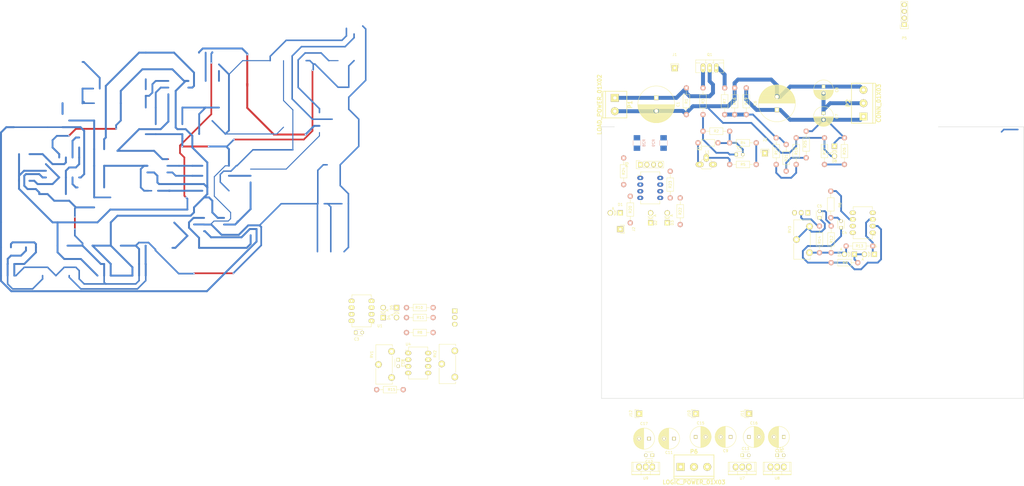
<source format=kicad_pcb>
(kicad_pcb (version 20160815) (host pcbnew no-vcs-found-7432~57~ubuntu16.10.1)
  (layers (0 F.Cu signal) (31 B.Cu signal) (34 B.Paste user) (35 F.Paste user) (36 B.SilkS user) (37 F.SilkS user) (38 B.Mask user) (39 F.Mask user) (44 Edge.Cuts user))
  (net 0 "")
  (net 1 /-OUTPUT)
  (net 2 "Net-(C1-Pad1)")
  (net 3 "Net-(C2-Pad1)")
  (net 4 "Net-(C2-Pad2)")
  (net 5 "Net-(C3-Pad2)")
  (net 6 "Net-(C4-Pad1)")
  (net 7 "Net-(C4-Pad2)")
  (net 8 "Net-(C5-Pad2)")
  (net 9 GND)
  (net 10 Earth)
  (net 11 "Net-(C10-Pad1)")
  (net 12 "Net-(C11-Pad2)")
  (net 13 +5V)
  (net 14 +12VA)
  (net 15 -12VA)
  (net 16 "Net-(D1-Pad1)")
  (net 17 "Net-(D4-Pad2)")
  (net 18 "Net-(D6-Pad1)")
  (net 19 "Net-(D7-Pad2)")
  (net 20 /CC_INDICATOR)
  (net 21 /CV_INDICATOR)
  (net 22 "Net-(J1-Pad1)")
  (net 23 "Net-(J3-Pad1)")
  (net 24 /CURREN_MES)
  (net 25 /VOLTAGE_LIMIT)
  (net 26 /VOLTAGE_MES)
  (net 27 "Net-(L1-Pad2)")
  (net 28 "Net-(Q1-Pad3)")
  (net 29 "Net-(R16-Pad2)")
  (net 30 "Net-(R20-Pad2)")
  (net 31 "Net-(R22-Pad2)")
  (net 32 "Net-(R23-Pad1)")
  (net 33 "Net-(C18-Pad1)")
  (net 34 "Net-(P4-Pad2)")
  (net 35 "Net-(P7-Pad2)")
  (net 36 /AN_CREF)
  (net 37 "Net-(R15-Pad2)")
  (net 38 /CURRENT_LIMIT)
  (net 39 /CC_SENSE)
  (net 40 /CV_SENSE)
  (module Capacitors_ThroughHole:C_Disc_D3_P2.5 (layer F.Cu) (at 113.03 58.42)
    (fp_text reference C2 (at 1.25 -2.5) (layer F.SilkS))
    (fp_text value C_Small)
    (pad 1 thru_hole rect (at 0 0) (size 1.3 1.3) (drill 0.8) (layers *.Cu *.Mask F.SilkS) (net 3 "Net-(C2-Pad1)"))
    (pad 2 thru_hole circle (at 2.5 0) (size 1.3 1.3) (drill 0.8001) (layers *.Cu *.Mask F.SilkS) (net 4 "Net-(C2-Pad2)"))
  )
  (module Resistors_ThroughHole:Resistor_Horizontal_RM10mm (layer F.Cu) (at 128.27 62.23 90)
    (fp_text reference R17 (at 5.08 0 90) (layer F.SilkS))
    (fp_text value R)
    (pad 1 thru_hole circle (at 0 0 90) (size 1.99898 1.99898) (drill 1.00076) (layers *.Cu *.SilkS *.Mask) (net 23 "Net-(J3-Pad1)"))
    (pad 2 thru_hole circle (at 10.16 0 90) (size 1.99898 1.99898) (drill 1.00076) (layers *.Cu *.SilkS *.Mask) (net 29 "Net-(R16-Pad2)"))
  )
  (module Pin_Headers:Pin_Header_Straight_1x04 (layer F.Cu) (at 177.165 8.89 180)
    (fp_text reference P5 (at 0 -5.1 180) (layer F.SilkS))
    (fp_text value CONN_01X04)
    (pad 1 thru_hole rect (at 0 0 180) (size 2.032 1.7272) (drill 1.016) (layers *.Cu *.Mask F.SilkS) (net 38 /CURRENT_LIMIT))
    (pad 2 thru_hole oval (at 0 2.54 180) (size 2.032 1.7272) (drill 1.016) (layers *.Cu *.Mask F.SilkS) (net 25 /VOLTAGE_LIMIT))
    (pad 3 thru_hole oval (at 0 5.08 180) (size 2.032 1.7272) (drill 1.016) (layers *.Cu *.Mask F.SilkS) (net 26 /VOLTAGE_MES))
    (pad 4 thru_hole oval (at 0 7.62 180) (size 2.032 1.7272) (drill 1.016) (layers *.Cu *.Mask F.SilkS) (net 24 /CURREN_MES))
  )
  (module Housings_DIP:DIP-8_W7.62mm_LongPads (layer F.Cu) (at -12.163542 134.183134)
    (fp_text reference U4 (at -0.028458 -3.373134) (layer F.SilkS))
    (fp_text value LM741)
    (pad 1 thru_hole oval (at 0 0) (size 2.3 1.6) (drill 0.8) (layers *.Cu *.Mask F.SilkS))
    (pad 2 thru_hole oval (at 0 2.54) (size 2.3 1.6) (drill 0.8) (layers *.Cu *.Mask F.SilkS) (net 33 "Net-(C18-Pad1)"))
    (pad 3 thru_hole oval (at 0 5.08) (size 2.3 1.6) (drill 0.8) (layers *.Cu *.Mask F.SilkS) (net 9 GND))
    (pad 4 thru_hole oval (at 0 7.62) (size 2.3 1.6) (drill 0.8) (layers *.Cu *.Mask F.SilkS) (net 15 -12VA))
    (pad 5 thru_hole oval (at 7.62 7.62) (size 2.3 1.6) (drill 0.8) (layers *.Cu *.Mask F.SilkS))
    (pad 6 thru_hole oval (at 7.62 5.08) (size 2.3 1.6) (drill 0.8) (layers *.Cu *.Mask F.SilkS) (net 36 /AN_CREF))
    (pad 7 thru_hole oval (at 7.62 2.54) (size 2.3 1.6) (drill 0.8) (layers *.Cu *.Mask F.SilkS) (net 14 +12VA))
    (pad 8 thru_hole oval (at 7.62 0) (size 2.3 1.6) (drill 0.8) (layers *.Cu *.Mask F.SilkS))
  )
  (module Capacitors_ThroughHole:C_Radial_D8_L21_P3.8 (layer F.Cu) (at 89.258 166.85 180)
    (fp_text reference C11 (at 1.9 -5.3 180) (layer F.SilkS))
    (fp_text value 470u)
    (pad 1 thru_hole rect (at 0 0 180) (size 1.3 1.3) (drill 0.8) (layers *.Cu *.Mask F.SilkS) (net 9 GND))
    (pad 2 thru_hole circle (at 3.8 0 180) (size 1.3 1.3) (drill 0.8) (layers *.Cu *.Mask F.SilkS) (net 12 "Net-(C11-Pad2)"))
  )
  (module Power_Integrations:TO-220 (layer F.Cu) (at 78.463 177.645 180)
    (fp_text reference U9 (at 0 -4.318 180) (layer F.SilkS))
    (fp_text value LM7912CT)
    (pad 2 thru_hole oval (at 0 0 180) (size 2.032 2.54) (drill 1.143) (layers *.Cu *.Mask F.SilkS) (net 12 "Net-(C11-Pad2)"))
    (pad 3 thru_hole oval (at 2.54 0 180) (size 2.032 2.54) (drill 1.143) (layers *.Cu *.Mask F.SilkS) (net 15 -12VA))
    (pad 1 thru_hole oval (at -2.54 0 180) (size 2.032 2.54) (drill 1.143) (layers *.Cu *.Mask F.SilkS) (net 9 GND))
  )
  (module Capacitors_ThroughHole:C_Radial_D8_L21_P3.8 (layer F.Cu) (at 79.723 166.85 180)
    (fp_text reference C17 (at 1.9 5.715 180) (layer F.SilkS))
    (fp_text value 470u)
    (pad 1 thru_hole rect (at 0 0 180) (size 1.3 1.3) (drill 0.8) (layers *.Cu *.Mask F.SilkS) (net 9 GND))
    (pad 2 thru_hole circle (at 3.8 0 180) (size 1.3 1.3) (drill 0.8) (layers *.Cu *.Mask F.SilkS) (net 15 -12VA))
  )
  (module Capacitors_ThroughHole:C_Radial_D8_L21_P3.8 (layer F.Cu) (at 97.513 166.215)
    (fp_text reference C15 (at 1.9 -5.3) (layer F.SilkS))
    (fp_text value 470u)
    (pad 1 thru_hole rect (at 0 0) (size 1.3 1.3) (drill 0.8) (layers *.Cu *.Mask F.SilkS) (net 13 +5V))
    (pad 2 thru_hole circle (at 3.8 0) (size 1.3 1.3) (drill 0.8) (layers *.Cu *.Mask F.SilkS) (net 9 GND))
  )
  (module w_conn_screw:mors_3p (layer F.Cu) (at 96.878 177.645)
    (fp_text reference P6 (at 0 -5.842) (layer F.SilkS) (effects (font (thickness 0.3048))))
    (fp_text value LOGIC_POWER_01X03 (at 0 5.842) (layer F.SilkS) (effects (font (thickness 0.3048))))
    (pad 1 thru_hole rect (at -5.08 0) (size 2.99974 2.99974) (drill 1.24968) (layers *.Cu *.Mask F.SilkS) (net 12 "Net-(C11-Pad2)"))
    (pad 2 thru_hole circle (at 0 0) (size 2.99974 2.99974) (drill 1.24968) (layers *.Cu *.Mask F.SilkS) (net 9 GND))
    (pad 3 thru_hole circle (at 5.08 0) (size 2.99974 2.99974) (drill 1.24968) (layers *.Cu *.Mask F.SilkS) (net 11 "Net-(C10-Pad1)"))
  )
  (module Power_Integrations:TO-220 (layer F.Cu) (at 128.628 177.645 180)
    (fp_text reference U8 (at 0 -4.318 180) (layer F.SilkS))
    (fp_text value LM7812CT)
    (pad 2 thru_hole oval (at 0 0 180) (size 2.032 2.54) (drill 1.143) (layers *.Cu *.Mask F.SilkS) (net 9 GND))
    (pad 3 thru_hole oval (at 2.54 0 180) (size 2.032 2.54) (drill 1.143) (layers *.Cu *.Mask F.SilkS) (net 14 +12VA))
    (pad 1 thru_hole oval (at -2.54 0 180) (size 2.032 2.54) (drill 1.143) (layers *.Cu *.Mask F.SilkS) (net 11 "Net-(C10-Pad1)"))
  )
  (module Power_Integrations:TO-220 (layer F.Cu) (at 115.293 177.645 180)
    (fp_text reference U7 (at 0 -4.318 180) (layer F.SilkS))
    (fp_text value LM7805CT)
    (pad 2 thru_hole oval (at 0 0 180) (size 2.032 2.54) (drill 1.143) (layers *.Cu *.Mask F.SilkS) (net 9 GND))
    (pad 3 thru_hole oval (at 2.54 0 180) (size 2.032 2.54) (drill 1.143) (layers *.Cu *.Mask F.SilkS) (net 13 +5V))
    (pad 1 thru_hole oval (at -2.54 0 180) (size 2.032 2.54) (drill 1.143) (layers *.Cu *.Mask F.SilkS) (net 14 +12VA))
  )
  (module Housings_DIP:DIP-8_W7.62mm_LongPads (layer F.Cu) (at -26.162 121.92 180)
    (fp_text reference U1 (at -3.175 -1.905 180) (layer F.SilkS))
    (fp_text value LM741)
    (pad 1 thru_hole oval (at 0 0 180) (size 2.3 1.6) (drill 0.8) (layers *.Cu *.Mask F.SilkS))
    (pad 2 thru_hole oval (at 0 2.54 180) (size 2.3 1.6) (drill 0.8) (layers *.Cu *.Mask F.SilkS) (net 5 "Net-(C3-Pad2)"))
    (pad 3 thru_hole oval (at 0 5.08 180) (size 2.3 1.6) (drill 0.8) (layers *.Cu *.Mask F.SilkS) (net 17 "Net-(D4-Pad2)"))
    (pad 4 thru_hole oval (at 0 7.62 180) (size 2.3 1.6) (drill 0.8) (layers *.Cu *.Mask F.SilkS) (net 15 -12VA))
    (pad 5 thru_hole oval (at 7.62 7.62 180) (size 2.3 1.6) (drill 0.8) (layers *.Cu *.Mask F.SilkS))
    (pad 6 thru_hole oval (at 7.62 5.08 180) (size 2.3 1.6) (drill 0.8) (layers *.Cu *.Mask F.SilkS) (net 39 /CC_SENSE))
    (pad 7 thru_hole oval (at 7.62 2.54 180) (size 2.3 1.6) (drill 0.8) (layers *.Cu *.Mask F.SilkS) (net 14 +12VA))
    (pad 8 thru_hole oval (at 7.62 0 180) (size 2.3 1.6) (drill 0.8) (layers *.Cu *.Mask F.SilkS))
  )
  (module Capacitors_ThroughHole:C_Radial_D14_L31.5_P5 (layer F.Cu) (at 82.5 36.8 270)
    (fp_text reference C1 (at 2.5 -8.3 270) (layer F.SilkS))
    (fp_text value CP1_Small)
    (pad 2 thru_hole circle (at 5 0 270) (size 1.7 1.7) (drill 1.2) (layers *.Cu *.Mask F.SilkS) (net 1 /-OUTPUT))
    (pad 1 thru_hole rect (at 0 0 270) (size 1.7 1.7) (drill 1.2) (layers *.Cu *.Mask F.SilkS) (net 2 "Net-(C1-Pad1)"))
  )
  (module Capacitors_ThroughHole:C_Radial_D14_L31.5_P5 (layer F.Cu) (at 128.54 41.4 90)
    (fp_text reference C6 (at 2.5 -8.3 90) (layer F.SilkS))
    (fp_text value CP1_Small)
    (pad 2 thru_hole circle (at 5 0 90) (size 1.7 1.7) (drill 1.2) (layers *.Cu *.Mask F.SilkS) (net 1 /-OUTPUT))
    (pad 1 thru_hole rect (at 0 0 90) (size 1.7 1.7) (drill 1.2) (layers *.Cu *.Mask F.SilkS) (net 9 GND))
  )
  (module Capacitors_ThroughHole:C_Radial_D7.5_L11.2_P2.5 (layer F.Cu) (at 146.32 42.67 270)
    (fp_text reference C7 (at 1.25 -5.1 270) (layer F.SilkS))
    (fp_text value C_Small)
    (pad 2 thru_hole circle (at 2.5 0 270) (size 1.3 1.3) (drill 0.8) (layers *.Cu *.Mask F.SilkS) (net 9 GND))
    (pad 1 thru_hole rect (at 0 0 270) (size 1.3 1.3) (drill 0.8) (layers *.Cu *.Mask F.SilkS) (net 10 Earth))
  )
  (module Capacitors_ThroughHole:C_Radial_D7.5_L11.2_P2.5 (layer F.Cu) (at 146.32 32.51 270)
    (fp_text reference C8 (at 1.25 -5.1 270) (layer F.SilkS))
    (fp_text value C_Small)
    (pad 2 thru_hole circle (at 2.5 0 270) (size 1.3 1.3) (drill 0.8) (layers *.Cu *.Mask F.SilkS) (net 10 Earth))
    (pad 1 thru_hole rect (at 0 0 270) (size 1.3 1.3) (drill 0.8) (layers *.Cu *.Mask F.SilkS) (net 1 /-OUTPUT))
  )
  (module Capacitors_ThroughHole:C_Radial_D8_L21_P3.8 (layer F.Cu) (at 110.848 166.215 180)
    (fp_text reference C9 (at 1.9 -5.3 180) (layer F.SilkS))
    (fp_text value 470u)
    (pad 1 thru_hole rect (at 0 0 180) (size 1.3 1.3) (drill 0.8) (layers *.Cu *.Mask F.SilkS) (net 14 +12VA))
    (pad 2 thru_hole circle (at 3.8 0 180) (size 1.3 1.3) (drill 0.8) (layers *.Cu *.Mask F.SilkS) (net 9 GND))
  )
  (module Capacitors_ThroughHole:C_Radial_D8_L21_P3.8 (layer F.Cu) (at 131.158 166.215 180)
    (fp_text reference C10 (at 1.9 -5.3 180) (layer F.SilkS))
    (fp_text value 470u)
    (pad 1 thru_hole rect (at 0 0 180) (size 1.3 1.3) (drill 0.8) (layers *.Cu *.Mask F.SilkS) (net 11 "Net-(C10-Pad1)"))
    (pad 2 thru_hole circle (at 3.8 0 180) (size 1.3 1.3) (drill 0.8) (layers *.Cu *.Mask F.SilkS) (net 9 GND))
  )
  (module Capacitors_ThroughHole:C_Radial_D8_L21_P3.8 (layer F.Cu) (at 117.843 166.215)
    (fp_text reference C16 (at 1.9 -5.3) (layer F.SilkS))
    (fp_text value 470u)
    (pad 1 thru_hole rect (at 0 0) (size 1.3 1.3) (drill 0.8) (layers *.Cu *.Mask F.SilkS) (net 14 +12VA))
    (pad 2 thru_hole circle (at 3.8 0) (size 1.3 1.3) (drill 0.8) (layers *.Cu *.Mask F.SilkS) (net 9 GND))
  )
  (module Diodes_ThroughHole:Diode_DO-41_SOD81_Vertical_AnodeUp (layer F.Cu) (at 68.7695 80.7015 180)
    (fp_text reference D1 (at 0 3.175 180) (layer F.SilkS))
    (fp_text value D_Small)
    (fp_text user A (at 2.794 1.651 180) (layer F.SilkS))
    (pad 2 thru_hole circle (at 3.81 0 180) (size 1.99898 1.99898) (drill 1.27) (layers *.Cu *.Mask F.SilkS) (net 9 GND))
    (pad 1 thru_hole rect (at 0 0 180) (size 1.99898 1.99898) (drill 1.00076) (layers *.Cu *.Mask F.SilkS) (net 16 "Net-(D1-Pad1)"))
  )
  (module Diodes_ThroughHole:Diode_DO-41_SOD81_Vertical_AnodeUp (layer F.Cu) (at 80.3345 84.5115 90)
    (fp_text reference D2 (at 0 1.905 90) (layer F.SilkS))
    (fp_text value D_Small)
    (fp_text user A (at 2.794 1.651 90) (layer F.SilkS))
    (pad 2 thru_hole circle (at 3.81 0 90) (size 1.99898 1.99898) (drill 1.27) (layers *.Cu *.Mask F.SilkS) (net 16 "Net-(D1-Pad1)"))
    (pad 1 thru_hole rect (at 0 0 90) (size 1.99898 1.99898) (drill 1.00076) (layers *.Cu *.Mask F.SilkS) (net 39 /CC_SENSE))
  )
  (module Diodes_ThroughHole:Diode_DO-41_SOD81_Vertical_AnodeUp (layer F.Cu) (at 86.6845 84.5115 90)
    (fp_text reference D3 (at 0 1.905 90) (layer F.SilkS))
    (fp_text value D_Small)
    (fp_text user A (at 2.794 1.651 90) (layer F.SilkS))
    (pad 2 thru_hole circle (at 3.81 0 90) (size 1.99898 1.99898) (drill 1.27) (layers *.Cu *.Mask F.SilkS) (net 16 "Net-(D1-Pad1)"))
    (pad 1 thru_hole rect (at 0 0 90) (size 1.99898 1.99898) (drill 1.00076) (layers *.Cu *.Mask F.SilkS) (net 40 /CV_SENSE))
  )
  (module Diodes_ThroughHole:Diode_DO-41_SOD81_Vertical_AnodeUp (layer F.Cu) (at -21.717 120.65 90)
    (fp_text reference D4 (at 0 2.159 90) (layer F.SilkS))
    (fp_text value D_Small)
    (fp_text user A (at 2.794 1.524 90) (layer F.SilkS))
    (pad 2 thru_hole circle (at 3.81 0 90) (size 1.99898 1.99898) (drill 1.27) (layers *.Cu *.Mask F.SilkS) (net 17 "Net-(D4-Pad2)"))
    (pad 1 thru_hole rect (at 0 0 90) (size 1.99898 1.99898) (drill 1.00076) (layers *.Cu *.Mask F.SilkS) (net 5 "Net-(C3-Pad2)"))
  )
  (module Diodes_ThroughHole:Diode_DO-41_SOD81_Vertical_AnodeUp (layer F.Cu) (at -16.637 116.84 270)
    (fp_text reference D5 (at 0 1.905 270) (layer F.SilkS))
    (fp_text value D_Small)
    (fp_text user A (at 2.794 1.651 270) (layer F.SilkS))
    (pad 2 thru_hole circle (at 3.81 0 270) (size 1.99898 1.99898) (drill 1.27) (layers *.Cu *.Mask F.SilkS) (net 5 "Net-(C3-Pad2)"))
    (pad 1 thru_hole rect (at 0 0 270) (size 1.99898 1.99898) (drill 1.00076) (layers *.Cu *.Mask F.SilkS) (net 17 "Net-(D4-Pad2)"))
  )
  (module Diodes_ThroughHole:Diode_DO-41_SOD81_Vertical_AnodeUp (layer F.Cu) (at 165.735 96.52 180)
    (fp_text reference D6 (at 0 3.175 180) (layer F.SilkS))
    (fp_text value D_Small)
    (fp_text user A (at 4.445 -1.905 180) (layer F.SilkS))
    (pad 2 thru_hole circle (at 3.81 0 180) (size 1.99898 1.99898) (drill 1.27) (layers *.Cu *.Mask F.SilkS) (net 9 GND))
    (pad 1 thru_hole rect (at 0 0 180) (size 1.99898 1.99898) (drill 1.00076) (layers *.Cu *.Mask F.SilkS) (net 18 "Net-(D6-Pad1)"))
  )
  (module Diodes_ThroughHole:Diode_DO-41_SOD81_Vertical_AnodeUp (layer F.Cu) (at 158.115 96.52 180)
    (fp_text reference D7 (at 5.715 0 270) (layer F.SilkS))
    (fp_text value D_Small)
    (fp_text user A (at 5.08 1.905 180) (layer F.SilkS))
    (pad 2 thru_hole circle (at 3.81 0 180) (size 1.99898 1.99898) (drill 1.27) (layers *.Cu *.Mask F.SilkS) (net 19 "Net-(D7-Pad2)"))
    (pad 1 thru_hole rect (at 0 0 180) (size 1.99898 1.99898) (drill 1.00076) (layers *.Cu *.Mask F.SilkS) (net 9 GND))
  )
  (module Diodes_ThroughHole:Diode_DO-41_SOD81_Vertical_AnodeUp (layer F.Cu) (at 150.495 55.245 270)
    (fp_text reference D8 (at 5.715 0 360) (layer F.SilkS))
    (fp_text value D_Small)
    (fp_text user A (at 2.794 1.651 270) (layer F.SilkS))
    (pad 2 thru_hole circle (at 3.81 0 270) (size 1.99898 1.99898) (drill 1.27) (layers *.Cu *.Mask F.SilkS) (net 1 /-OUTPUT))
    (pad 1 thru_hole rect (at 0 0 270) (size 1.99898 1.99898) (drill 1.00076) (layers *.Cu *.Mask F.SilkS) (net 9 GND))
  )
  (module Pin_Headers:Pin_Header_Straight_1x01 (layer F.Cu) (at 89.535 25.4)
    (fp_text reference J1 (at 0 -5.1) (layer F.SilkS))
    (fp_text value TP6)
    (pad 1 thru_hole rect (at 0 0) (size 2.2352 2.2352) (drill 1.016) (layers *.Cu *.Mask F.SilkS) (net 22 "Net-(J1-Pad1)"))
  )
  (module Pin_Headers:Pin_Header_Straight_1x01 (layer F.Cu) (at 123.952 57.912)
    (fp_text reference J3 (at 0 -5.1) (layer F.SilkS))
    (fp_text value TP7)
    (pad 1 thru_hole rect (at 0 0) (size 2.2352 2.2352) (drill 1.016) (layers *.Cu *.Mask F.SilkS) (net 23 "Net-(J3-Pad1)"))
  )
  (module Pin_Headers:Pin_Header_Straight_1x01 (layer F.Cu) (at 97.513 157.325 90)
    (fp_text reference J10 (at 0 -2.54 270) (layer F.SilkS))
    (fp_text value TP1)
    (pad 1 thru_hole rect (at 0 0 90) (size 2.2352 2.2352) (drill 1.016) (layers *.Cu *.Mask F.SilkS) (net 13 +5V))
  )
  (module Pin_Headers:Pin_Header_Straight_1x01 (layer F.Cu) (at 117.833 157.325 90)
    (fp_text reference J11 (at 0 -2.54 270) (layer F.SilkS))
    (fp_text value TP2)
    (pad 1 thru_hole rect (at 0 0 90) (size 2.2352 2.2352) (drill 1.016) (layers *.Cu *.Mask F.SilkS) (net 14 +12VA))
  )
  (module Pin_Headers:Pin_Header_Straight_1x01 (layer F.Cu) (at 75.923 157.325 90)
    (fp_text reference J12 (at 0 -3.175 90) (layer F.SilkS))
    (fp_text value TP3)
    (pad 1 thru_hole rect (at 0 0 90) (size 2.2352 2.2352) (drill 1.016) (layers *.Cu *.Mask F.SilkS) (net 15 -12VA))
  )
  (module Resistors_ThroughHole:Resistor_Horizontal_RM10mm (layer F.Cu) (at 93.98 33.02 270)
    (fp_text reference R1 (at 5.08 0 270) (layer F.SilkS))
    (fp_text value R)
    (pad 1 thru_hole circle (at 0 0 270) (size 1.99898 1.99898) (drill 1.00076) (layers *.Cu *.SilkS *.Mask) (net 2 "Net-(C1-Pad1)"))
    (pad 2 thru_hole circle (at 10.16 0 270) (size 1.99898 1.99898) (drill 1.00076) (layers *.Cu *.SilkS *.Mask) (net 1 /-OUTPUT))
  )
  (module Resistors_ThroughHole:Resistor_Horizontal_RM10mm (layer F.Cu) (at 100.33 49.53)
    (fp_text reference R2 (at 5.08 0) (layer F.SilkS))
    (fp_text value R)
    (pad 1 thru_hole circle (at 0 0) (size 1.99898 1.99898) (drill 1.00076) (layers *.Cu *.SilkS *.Mask) (net 3 "Net-(C2-Pad1)"))
    (pad 2 thru_hole circle (at 10.16 0) (size 1.99898 1.99898) (drill 1.00076) (layers *.Cu *.SilkS *.Mask) (net 4 "Net-(C2-Pad2)"))
  )
  (module Resistors_ThroughHole:Resistor_Horizontal_RM10mm (layer F.Cu) (at 100.33 43.18 90)
    (fp_text reference R3 (at 5.08 0 90) (layer F.SilkS))
    (fp_text value R)
    (pad 1 thru_hole circle (at 0 0 90) (size 1.99898 1.99898) (drill 1.00076) (layers *.Cu *.SilkS *.Mask) (net 3 "Net-(C2-Pad1)"))
    (pad 2 thru_hole circle (at 10.16 0 90) (size 1.99898 1.99898) (drill 1.00076) (layers *.Cu *.SilkS *.Mask) (net 22 "Net-(J1-Pad1)"))
  )
  (module Resistors_ThroughHole:Resistor_Horizontal_RM10mm (layer F.Cu) (at 120.65 53.975 180)
    (fp_text reference R4 (at 5.08 0 180) (layer F.SilkS))
    (fp_text value R)
    (pad 1 thru_hole circle (at 0 0 180) (size 1.99898 1.99898) (drill 1.00076) (layers *.Cu *.SilkS *.Mask) (net 14 +12VA))
    (pad 2 thru_hole circle (at 10.16 0 180) (size 1.99898 1.99898) (drill 1.00076) (layers *.Cu *.SilkS *.Mask) (net 4 "Net-(C2-Pad2)"))
  )
  (module Resistors_ThroughHole:Resistor_Horizontal_RM10mm (layer F.Cu) (at 110.49 62.23)
    (fp_text reference R5 (at 5.08 0) (layer F.SilkS))
    (fp_text value R)
    (pad 1 thru_hole circle (at 0 0) (size 1.99898 1.99898) (drill 1.00076) (layers *.Cu *.SilkS *.Mask) (net 16 "Net-(D1-Pad1)"))
    (pad 2 thru_hole circle (at 10.16 0) (size 1.99898 1.99898) (drill 1.00076) (layers *.Cu *.SilkS *.Mask) (net 14 +12VA))
  )
  (module Resistors_ThroughHole:Resistor_Horizontal_RM10mm (layer F.Cu) (at 149.098 72.39 270)
    (fp_text reference R6 (at 5.32892 -3.50012 270) (layer F.SilkS))
    (fp_text value R)
    (pad 1 thru_hole circle (at 0 0 270) (size 1.99898 1.99898) (drill 1.00076) (layers *.Cu *.SilkS *.Mask) (net 40 /CV_SENSE))
    (pad 2 thru_hole circle (at 10.16 0 270) (size 1.99898 1.99898) (drill 1.00076) (layers *.Cu *.SilkS *.Mask) (net 7 "Net-(C4-Pad2)"))
  )
  (module Resistors_ThroughHole:Resistor_Horizontal_RM10mm (layer F.Cu) (at 108.585 43.18 90)
    (fp_text reference R7 (at 5.08 0 90) (layer F.SilkS))
    (fp_text value R)
    (pad 1 thru_hole circle (at 0 0 90) (size 1.99898 1.99898) (drill 1.00076) (layers *.Cu *.SilkS *.Mask) (net 29 "Net-(R16-Pad2)"))
    (pad 2 thru_hole circle (at 10.16 0 90) (size 1.99898 1.99898) (drill 1.00076) (layers *.Cu *.SilkS *.Mask) (net 28 "Net-(Q1-Pad3)"))
  )
  (module Resistors_ThroughHole:Resistor_Horizontal_RM10mm (layer F.Cu) (at -2.667 126.365 180)
    (fp_text reference R8 (at 5.08 0 180) (layer F.SilkS))
    (fp_text value R)
    (pad 1 thru_hole circle (at 0 0 180) (size 1.99898 1.99898) (drill 1.00076) (layers *.Cu *.SilkS *.Mask) (net 23 "Net-(J3-Pad1)"))
    (pad 2 thru_hole circle (at 10.16 0 180) (size 1.99898 1.99898) (drill 1.00076) (layers *.Cu *.SilkS *.Mask) (net 5 "Net-(C3-Pad2)"))
  )
  (module Resistors_ThroughHole:Resistor_Horizontal_RM10mm (layer F.Cu) (at 149.225 99.695)
    (fp_text reference R9 (at 5.32892 0) (layer F.SilkS))
    (fp_text value R)
    (pad 1 thru_hole circle (at 0 0) (size 1.99898 1.99898) (drill 1.00076) (layers *.Cu *.SilkS *.Mask) (net 6 "Net-(C4-Pad1)"))
    (pad 2 thru_hole circle (at 10.16 0) (size 1.99898 1.99898) (drill 1.00076) (layers *.Cu *.SilkS *.Mask) (net 9 GND))
  )
  (module Resistors_ThroughHole:Resistor_Horizontal_RM10mm (layer F.Cu) (at -2.667 116.84 180)
    (fp_text reference R10 (at 5.32892 0 180) (layer F.SilkS))
    (fp_text value R)
    (pad 1 thru_hole circle (at 0 0 180) (size 1.99898 1.99898) (drill 1.00076) (layers *.Cu *.SilkS *.Mask) (net 9 GND))
    (pad 2 thru_hole circle (at 10.16 0 180) (size 1.99898 1.99898) (drill 1.00076) (layers *.Cu *.SilkS *.Mask) (net 17 "Net-(D4-Pad2)"))
  )
  (module Resistors_ThroughHole:Resistor_Horizontal_RM10mm (layer F.Cu) (at -12.827 120.65)
    (fp_text reference R11 (at 5.334 0) (layer F.SilkS))
    (fp_text value R)
    (pad 1 thru_hole circle (at 0 0) (size 1.99898 1.99898) (drill 1.00076) (layers *.Cu *.SilkS *.Mask) (net 5 "Net-(C3-Pad2)"))
    (pad 2 thru_hole circle (at 10.16 0) (size 1.99898 1.99898) (drill 1.00076) (layers *.Cu *.SilkS *.Mask) (net 35 "Net-(P7-Pad2)"))
  )
  (module Resistors_ThroughHole:Resistor_Horizontal_RM10mm (layer F.Cu) (at 149.225 85.725 270)
    (fp_text reference R12 (at 5.08 -0.127 270) (layer F.SilkS))
    (fp_text value R)
    (pad 1 thru_hole circle (at 0 0 270) (size 1.99898 1.99898) (drill 1.00076) (layers *.Cu *.SilkS *.Mask) (net 8 "Net-(C5-Pad2)"))
    (pad 2 thru_hole circle (at 10.16 0 270) (size 1.99898 1.99898) (drill 1.00076) (layers *.Cu *.SilkS *.Mask) (net 19 "Net-(D7-Pad2)"))
  )
  (module Resistors_ThroughHole:Resistor_Horizontal_RM10mm (layer F.Cu) (at 165.1 93.345 180)
    (fp_text reference R13 (at 5.08 0 180) (layer F.SilkS))
    (fp_text value R)
    (pad 1 thru_hole circle (at 0 0 180) (size 1.99898 1.99898) (drill 1.00076) (layers *.Cu *.SilkS *.Mask) (net 18 "Net-(D6-Pad1)"))
    (pad 2 thru_hole circle (at 10.16 0 180) (size 1.99898 1.99898) (drill 1.00076) (layers *.Cu *.SilkS *.Mask) (net 19 "Net-(D7-Pad2)"))
  )
  (module Resistors_ThroughHole:Resistor_Horizontal_RM10mm (layer F.Cu) (at 144.78 85.725 270)
    (fp_text reference R14 (at 5.32892 0 270) (layer F.SilkS))
    (fp_text value R)
    (pad 1 thru_hole circle (at 0 0 270) (size 1.99898 1.99898) (drill 1.00076) (layers *.Cu *.SilkS *.Mask) (net 34 "Net-(P4-Pad2)"))
    (pad 2 thru_hole circle (at 10.16 0 270) (size 1.99898 1.99898) (drill 1.00076) (layers *.Cu *.SilkS *.Mask) (net 19 "Net-(D7-Pad2)"))
  )
  (module Resistors_ThroughHole:Resistor_Horizontal_RM10mm (layer F.Cu) (at 112.395 33.02 270)
    (fp_text reference R16 (at 5.08 0 270) (layer F.SilkS))
    (fp_text value R)
    (pad 1 thru_hole circle (at 0 0 270) (size 1.99898 1.99898) (drill 1.00076) (layers *.Cu *.SilkS *.Mask) (net 1 /-OUTPUT))
    (pad 2 thru_hole circle (at 10.16 0 270) (size 1.99898 1.99898) (drill 1.00076) (layers *.Cu *.SilkS *.Mask) (net 29 "Net-(R16-Pad2)"))
  )
  (module Resistors_ThroughHole:Resistor_Horizontal_RM10mm (layer F.Cu) (at 135.89 52.07 270)
    (fp_text reference R18 (at 5.08 0 270) (layer F.SilkS))
    (fp_text value R)
    (pad 1 thru_hole circle (at 0 0 270) (size 1.99898 1.99898) (drill 1.00076) (layers *.Cu *.SilkS *.Mask) (net 1 /-OUTPUT))
    (pad 2 thru_hole circle (at 10.16 0 270) (size 1.99898 1.99898) (drill 1.00076) (layers *.Cu *.SilkS *.Mask) (net 23 "Net-(J3-Pad1)"))
  )
  (module Resistors_ThroughHole:Resistor_Horizontal_RM10mm (layer F.Cu) (at 116.84 43.18 90)
    (fp_text reference R19 (at 5.08 0 90) (layer F.SilkS))
    (fp_text value R)
    (pad 1 thru_hole circle (at 0 0 90) (size 1.99898 1.99898) (drill 1.00076) (layers *.Cu *.SilkS *.Mask) (net 29 "Net-(R16-Pad2)"))
    (pad 2 thru_hole circle (at 10.16 0 90) (size 1.99898 1.99898) (drill 1.00076) (layers *.Cu *.SilkS *.Mask) (net 9 GND))
  )
  (module Resistors_ThroughHole:Resistor_Horizontal_RM10mm (layer F.Cu) (at 72.5795 84.5115 90)
    (fp_text reference R20 (at 5.08 0 90) (layer F.SilkS))
    (fp_text value R)
    (pad 1 thru_hole circle (at 0 0 90) (size 1.99898 1.99898) (drill 1.00076) (layers *.Cu *.SilkS *.Mask) (net 39 /CC_SENSE))
    (pad 2 thru_hole circle (at 10.16 0 90) (size 1.99898 1.99898) (drill 1.00076) (layers *.Cu *.SilkS *.Mask) (net 30 "Net-(R20-Pad2)"))
  )
  (module Resistors_ThroughHole:Resistor_Horizontal_RM10mm (layer F.Cu) (at 132.08 64.77 90)
    (fp_text reference R21 (at 5.08 0 90) (layer F.SilkS))
    (fp_text value R)
    (pad 1 thru_hole circle (at 0 0 90) (size 1.99898 1.99898) (drill 1.00076) (layers *.Cu *.SilkS *.Mask) (net 24 /CURREN_MES))
    (pad 2 thru_hole circle (at 10.16 0 90) (size 1.99898 1.99898) (drill 1.00076) (layers *.Cu *.SilkS *.Mask) (net 29 "Net-(R16-Pad2)"))
  )
  (module Resistors_ThroughHole:Resistor_Horizontal_RM10mm (layer F.Cu) (at 91.6295 85.1465 90)
    (fp_text reference R22 (at 5.08 0 90) (layer F.SilkS))
    (fp_text value R)
    (pad 1 thru_hole circle (at 0 0 90) (size 1.99898 1.99898) (drill 1.00076) (layers *.Cu *.SilkS *.Mask) (net 40 /CV_SENSE))
    (pad 2 thru_hole circle (at 10.16 0 90) (size 1.99898 1.99898) (drill 1.00076) (layers *.Cu *.SilkS *.Mask) (net 31 "Net-(R22-Pad2)"))
  )
  (module Resistors_ThroughHole:Resistor_Horizontal_RM10mm (layer F.Cu) (at 87.8195 74.9865 90)
    (fp_text reference R23 (at 5.08 0 90) (layer F.SilkS))
    (fp_text value R)
    (pad 1 thru_hole circle (at 0 0 90) (size 1.99898 1.99898) (drill 1.00076) (layers *.Cu *.SilkS *.Mask) (net 32 "Net-(R23-Pad1)"))
    (pad 2 thru_hole circle (at 10.16 0 90) (size 1.99898 1.99898) (drill 1.00076) (layers *.Cu *.SilkS *.Mask) (net 14 +12VA))
  )
  (module Resistors_ThroughHole:Resistor_Horizontal_RM10mm (layer F.Cu) (at 70.0395 59.7465 270)
    (fp_text reference R24 (at 5.08 0 270) (layer F.SilkS))
    (fp_text value R)
    (pad 1 thru_hole circle (at 0 0 270) (size 1.99898 1.99898) (drill 1.00076) (layers *.Cu *.SilkS *.Mask) (net 9 GND))
    (pad 2 thru_hole circle (at 10.16 0 270) (size 1.99898 1.99898) (drill 1.00076) (layers *.Cu *.SilkS *.Mask) (net 32 "Net-(R23-Pad1)"))
  )
  (module Resistors_ThroughHole:Resistor_Horizontal_RM10mm (layer F.Cu) (at 139.7 59.69 90)
    (fp_text reference R25 (at 5.207 -0.381 90) (layer F.SilkS))
    (fp_text value R)
    (pad 1 thru_hole circle (at 0 0 90) (size 1.99898 1.99898) (drill 1.00076) (layers *.Cu *.SilkS *.Mask) (net 24 /CURREN_MES))
    (pad 2 thru_hole circle (at 10.16 0 90) (size 1.99898 1.99898) (drill 1.00076) (layers *.Cu *.SilkS *.Mask) (net 9 GND))
  )
  (module Resistors_ThroughHole:Resistor_Horizontal_RM10mm (layer F.Cu) (at 154.305 52.07 270)
    (fp_text reference R26 (at 5.08 0 270) (layer F.SilkS))
    (fp_text value R)
    (pad 1 thru_hole circle (at 0 0 270) (size 1.99898 1.99898) (drill 1.00076) (layers *.Cu *.SilkS *.Mask) (net 9 GND))
    (pad 2 thru_hole circle (at 10.16 0 270) (size 1.99898 1.99898) (drill 1.00076) (layers *.Cu *.SilkS *.Mask) (net 26 /VOLTAGE_MES))
  )
  (module Resistors_ThroughHole:Resistor_Horizontal_RM10mm (layer F.Cu) (at 146.685 62.23 90)
    (fp_text reference R27 (at 5.08 0 90) (layer F.SilkS))
    (fp_text value R)
    (pad 1 thru_hole circle (at 0 0 90) (size 1.99898 1.99898) (drill 1.00076) (layers *.Cu *.SilkS *.Mask) (net 26 /VOLTAGE_MES))
    (pad 2 thru_hole circle (at 10.16 0 90) (size 1.99898 1.99898) (drill 1.00076) (layers *.Cu *.SilkS *.Mask) (net 1 /-OUTPUT))
  )
  (module Housings_DIP:DIP-8_W7.62mm_LongPads (layer F.Cu) (at 165.1 88.265 180)
    (fp_text reference U2 (at 0 -5.22 180) (layer F.SilkS))
    (fp_text value LM741)
    (pad 1 thru_hole oval (at 0 0 180) (size 2.3 1.6) (drill 0.8) (layers *.Cu *.Mask F.SilkS))
    (pad 2 thru_hole oval (at 0 2.54 180) (size 2.3 1.6) (drill 0.8) (layers *.Cu *.Mask F.SilkS) (net 6 "Net-(C4-Pad1)"))
    (pad 3 thru_hole oval (at 0 5.08 180) (size 2.3 1.6) (drill 0.8) (layers *.Cu *.Mask F.SilkS) (net 18 "Net-(D6-Pad1)"))
    (pad 4 thru_hole oval (at 0 7.62 180) (size 2.3 1.6) (drill 0.8) (layers *.Cu *.Mask F.SilkS) (net 15 -12VA))
    (pad 5 thru_hole oval (at 7.62 7.62 180) (size 2.3 1.6) (drill 0.8) (layers *.Cu *.Mask F.SilkS))
    (pad 6 thru_hole oval (at 7.62 5.08 180) (size 2.3 1.6) (drill 0.8) (layers *.Cu *.Mask F.SilkS) (net 40 /CV_SENSE))
    (pad 7 thru_hole oval (at 7.62 2.54 180) (size 2.3 1.6) (drill 0.8) (layers *.Cu *.Mask F.SilkS) (net 14 +12VA))
    (pad 8 thru_hole oval (at 7.62 0 180) (size 2.3 1.6) (drill 0.8) (layers *.Cu *.Mask F.SilkS))
  )
  (module Resistors_ThroughHole:Resistor_Horizontal_RM7mm (layer F.Cu) (at 106.045 53.975 180)
    (fp_text reference L1 (at 4.05892 -3.50012 180) (layer F.SilkS))
    (fp_text value L_Small)
    (pad 1 thru_hole circle (at 0 0 180) (size 1.99898 1.99898) (drill 1.00076) (layers *.Cu *.SilkS *.Mask) (net 4 "Net-(C2-Pad2)"))
    (pad 2 thru_hole circle (at 7.62 0 180) (size 1.99898 1.99898) (drill 1.00076) (layers *.Cu *.SilkS *.Mask) (net 27 "Net-(L1-Pad2)"))
  )
  (module w_conn_screw:mors_2p (layer F.Cu) (at 66.675 39.37 270)
    (fp_text reference P1 (at 0 -5.842 270) (layer F.SilkS) (effects (font (thickness 0.3048))))
    (fp_text value LOAD_POWER_01X02 (at 0 5.842 270) (layer F.SilkS) (effects (font (thickness 0.3048))))
    (pad 1 thru_hole rect (at -2.54 0 270) (size 2.99974 2.99974) (drill 1.24968) (layers *.Cu *.Mask F.SilkS) (net 2 "Net-(C1-Pad1)"))
    (pad 2 thru_hole circle (at 2.54 0 270) (size 2.99974 2.99974) (drill 1.24968) (layers *.Cu *.Mask F.SilkS) (net 1 /-OUTPUT))
  )
  (module w_conn_screw:mors_3p (layer F.Cu) (at 161.56 38.86 90)
    (fp_text reference P2 (at 0 -5.842 90) (layer F.SilkS) (effects (font (thickness 0.3048))))
    (fp_text value CONN_01X03 (at 0 5.842 90) (layer F.SilkS) (effects (font (thickness 0.3048))))
    (pad 1 thru_hole rect (at -5.08 0 90) (size 2.99974 2.99974) (drill 1.24968) (layers *.Cu *.Mask F.SilkS) (net 9 GND))
    (pad 2 thru_hole circle (at 0 0 90) (size 2.99974 2.99974) (drill 1.24968) (layers *.Cu *.Mask F.SilkS) (net 10 Earth))
    (pad 3 thru_hole circle (at 5.08 0 90) (size 2.99974 2.99974) (drill 1.24968) (layers *.Cu *.Mask F.SilkS) (net 1 /-OUTPUT))
  )
  (module TO_SOT_Packages_THT:TO-220_Neutral123_Vertical_LargePads (layer F.Cu) (at 102.87 25.4)
    (fp_text reference Q1 (at 0 -5.08) (layer F.SilkS))
    (fp_text value Q_NMOS_GDS)
    (pad 2 thru_hole oval (at 0 0 90) (size 3.50012 1.69926) (drill 1.00076) (layers *.Cu *.Mask F.SilkS) (net 2 "Net-(C1-Pad1)"))
    (pad 1 thru_hole oval (at -2.54 0 90) (size 3.50012 1.69926) (drill 1.00076) (layers *.Cu *.Mask F.SilkS) (net 22 "Net-(J1-Pad1)"))
    (pad 3 thru_hole oval (at 2.54 0 90) (size 3.50012 1.69926) (drill 1.00076) (layers *.Cu *.Mask F.SilkS) (net 28 "Net-(Q1-Pad3)"))
  )
  (module TO_SOT_Packages_THT:TO-92_Rugged (layer F.Cu) (at 99.06 62.23)
    (fp_text reference Q2 (at 0 -6) (layer F.SilkS))
    (fp_text value Q_PNP_EBC)
    (pad 2 thru_hole oval (at 2.54 -2.54 90) (size 2.99974 1.99898) (drill 1) (layers *.Cu *.Mask F.SilkS) (net 16 "Net-(D1-Pad1)"))
    (pad 1 thru_hole oval (at 0 0 90) (size 1.99898 2.99974) (drill 1) (layers *.Cu *.Mask F.SilkS) (net 27 "Net-(L1-Pad2)"))
    (pad 3 thru_hole oval (at 5.08 0 90) (size 1.99898 2.99974) (drill 1) (layers *.Cu *.Mask F.SilkS) (net 15 -12VA))
  )
  (module Housings_DIP:DIP-8_W7.62mm_LongPads (layer F.Cu) (at 76.3895 67.3665)
    (fp_text reference U3 (at 0 -5.22) (layer F.SilkS))
    (fp_text value LM393)
    (pad 1 thru_hole oval (at 0 0) (size 2.3 1.6) (drill 0.8) (layers *.Cu *.Mask) (net 20 /CC_INDICATOR))
    (pad 2 thru_hole oval (at 0 2.54) (size 2.3 1.6) (drill 0.8) (layers *.Cu *.Mask) (net 32 "Net-(R23-Pad1)"))
    (pad 3 thru_hole oval (at 0 5.08) (size 2.3 1.6) (drill 0.8) (layers *.Cu *.Mask) (net 30 "Net-(R20-Pad2)"))
    (pad 4 thru_hole oval (at 0 7.62) (size 2.3 1.6) (drill 0.8) (layers *.Cu *.Mask) (net 15 -12VA))
    (pad 5 thru_hole oval (at 7.62 7.62) (size 2.3 1.6) (drill 0.8) (layers *.Cu *.Mask) (net 32 "Net-(R23-Pad1)"))
    (pad 6 thru_hole oval (at 7.62 5.08) (size 2.3 1.6) (drill 0.8) (layers *.Cu *.Mask) (net 31 "Net-(R22-Pad2)"))
    (pad 7 thru_hole oval (at 7.62 2.54) (size 2.3 1.6) (drill 0.8) (layers *.Cu *.Mask) (net 21 /CV_INDICATOR))
    (pad 8 thru_hole oval (at 7.62 0) (size 2.3 1.6) (drill 0.8) (layers *.Cu *.Mask) (net 14 +12VA))
  )
  (module Resistors_SMD:R_1210_HandSoldering (layer B.Cu) (at 75.1195 54.0315 90)
    (fp_text reference R28 (at 0 2.7 90) (layer B.SilkS) (effects (justify mirror)))
    (fp_text value R_Small)
    (pad 1 smd rect (at -2 0 90) (size 2 2.5) (layers B.Cu B.Paste B.Mask) (net 20 /CC_INDICATOR))
    (pad 2 smd rect (at 2 0 90) (size 2 2.5) (layers B.Cu B.Paste B.Mask) (net 13 +5V))
  )
  (module Resistors_SMD:R_1210_HandSoldering (layer B.Cu) (at 85.2795 54.0315 90)
    (fp_text reference R29 (at 0 -3.81 90) (layer B.SilkS) (effects (justify mirror)))
    (fp_text value R_Small)
    (pad 1 smd rect (at -2 0 90) (size 2 2.5) (layers B.Cu B.Paste B.Mask) (net 21 /CV_INDICATOR))
    (pad 2 smd rect (at 2 0 90) (size 2 2.5) (layers B.Cu B.Paste B.Mask) (net 13 +5V))
  )
  (module Capacitors_ThroughHole:C_Disc_D3_P2.5 (layer F.Cu) (at -32.218 126.365)
    (fp_text reference C3 (at 0.341 2.54) (layer F.SilkS))
    (fp_text value C_Small)
    (pad 1 thru_hole rect (at 0 0) (size 1.3 1.3) (drill 0.8) (layers *.Cu *.Mask F.SilkS) (net 39 /CC_SENSE))
    (pad 2 thru_hole circle (at 2.5 0) (size 1.3 1.3) (drill 0.8001) (layers *.Cu *.Mask F.SilkS) (net 5 "Net-(C3-Pad2)"))
  )
  (module Capacitors_ThroughHole:C_Disc_D3_P2.5 (layer F.Cu) (at 153.035 86.36 90)
    (fp_text reference C4 (at -1.905 1.27 180) (layer F.SilkS))
    (fp_text value C_Small)
    (pad 1 thru_hole rect (at 0 0 90) (size 1.3 1.3) (drill 0.8) (layers *.Cu *.Mask F.SilkS) (net 6 "Net-(C4-Pad1)"))
    (pad 2 thru_hole circle (at 2.5 0 90) (size 1.3 1.3) (drill 0.8001) (layers *.Cu *.Mask F.SilkS) (net 7 "Net-(C4-Pad2)"))
  )
  (module Capacitors_ThroughHole:C_Disc_D3_P2.5 (layer F.Cu) (at 144.78 82.55 90)
    (fp_text reference C5 (at 4.445 0 180) (layer F.SilkS))
    (fp_text value C_Small)
    (pad 1 thru_hole rect (at 0 0 90) (size 1.3 1.3) (drill 0.8) (layers *.Cu *.Mask F.SilkS) (net 1 /-OUTPUT))
    (pad 2 thru_hole circle (at 2.5 0 90) (size 1.3 1.3) (drill 0.8001) (layers *.Cu *.Mask F.SilkS) (net 8 "Net-(C5-Pad2)"))
  )
  (module Capacitors_ThroughHole:C_Disc_D3_P2.5 (layer F.Cu) (at 81.003 173.2 180)
    (fp_text reference C12 (at 1.25 -2.5 180) (layer F.SilkS))
    (fp_text value .33u)
    (pad 1 thru_hole rect (at 0 0 180) (size 1.3 1.3) (drill 0.8) (layers *.Cu *.Mask F.SilkS) (net 9 GND))
    (pad 2 thru_hole circle (at 2.5 0 180) (size 1.3 1.3) (drill 0.8001) (layers *.Cu *.Mask F.SilkS) (net 12 "Net-(C11-Pad2)"))
  )
  (module Capacitors_ThroughHole:C_Disc_D3_P2.5 (layer F.Cu) (at 115.293 173.2)
    (fp_text reference C13 (at 1.25 -2.5) (layer F.SilkS))
    (fp_text value .33u)
    (pad 1 thru_hole rect (at 0 0) (size 1.3 1.3) (drill 0.8) (layers *.Cu *.Mask F.SilkS) (net 9 GND))
    (pad 2 thru_hole circle (at 2.5 0) (size 1.3 1.3) (drill 0.8001) (layers *.Cu *.Mask F.SilkS) (net 14 +12VA))
  )
  (module Capacitors_ThroughHole:C_Disc_D3_P2.5 (layer F.Cu) (at 128.628 173.2)
    (fp_text reference C14 (at 1.25 -2.5) (layer F.SilkS))
    (fp_text value .33u)
    (pad 1 thru_hole rect (at 0 0) (size 1.3 1.3) (drill 0.8) (layers *.Cu *.Mask F.SilkS) (net 9 GND))
    (pad 2 thru_hole circle (at 2.5 0) (size 1.3 1.3) (drill 0.8001) (layers *.Cu *.Mask F.SilkS) (net 11 "Net-(C10-Pad1)"))
  )
  (module Capacitors_ThroughHole:C_Disc_D3_P2.5 (layer F.Cu) (at -15.973542 136.723134 270)
    (fp_text reference C18 (at 1.27 -1.905 270) (layer F.SilkS))
    (fp_text value C_Small)
    (pad 1 thru_hole rect (at 0 0 270) (size 1.3 1.3) (drill 0.8) (layers *.Cu *.Mask F.SilkS) (net 33 "Net-(C18-Pad1)"))
    (pad 2 thru_hole circle (at 2.5 0 270) (size 1.3 1.3) (drill 0.8001) (layers *.Cu *.Mask F.SilkS) (net 9 GND))
  )
  (module Pin_Headers:Pin_Header_Straight_1x04 (layer F.Cu) (at 76.3895 62.2865 90)
    (fp_text reference P3 (at 0 -5.1 90) (layer F.SilkS))
    (fp_text value CONN_01X04)
    (pad 1 thru_hole rect (at 0 0 90) (size 2.032 1.7272) (drill 1.016) (layers *.Cu *.Mask F.SilkS) (net 9 GND))
    (pad 2 thru_hole oval (at 0 2.54 90) (size 2.032 1.7272) (drill 1.016) (layers *.Cu *.Mask F.SilkS) (net 13 +5V))
    (pad 3 thru_hole oval (at 0 5.08 90) (size 2.032 1.7272) (drill 1.016) (layers *.Cu *.Mask F.SilkS) (net 20 /CC_INDICATOR))
    (pad 4 thru_hole oval (at 0 7.62 90) (size 2.032 1.7272) (drill 1.016) (layers *.Cu *.Mask F.SilkS) (net 21 /CV_INDICATOR))
  )
  (module Pin_Headers:Pin_Header_Straight_1x03 (layer F.Cu) (at 140.335 80.645 270)
    (fp_text reference P4 hide)
    (fp_text value CONN_01X03)
    (pad 1 thru_hole rect (at 0 0 270) (size 2.032 1.7272) (drill 1.016) (layers *.Cu *.Mask F.SilkS) (net 13 +5V))
    (pad 2 thru_hole oval (at 0 2.54 270) (size 2.032 1.7272) (drill 1.016) (layers *.Cu *.Mask F.SilkS) (net 34 "Net-(P4-Pad2)"))
    (pad 3 thru_hole oval (at 0 5.08 270) (size 2.032 1.7272) (drill 1.016) (layers *.Cu *.Mask F.SilkS) (net 25 /VOLTAGE_LIMIT))
  )
  (module Pin_Headers:Pin_Header_Straight_1x03 (layer F.Cu) (at 5.588 118.11)
    (fp_text reference P7 hide)
    (fp_text value CONN_01X03)
    (pad 1 thru_hole rect (at 0 0) (size 2.032 1.7272) (drill 1.016) (layers *.Cu *.Mask F.SilkS) (net 38 /CURRENT_LIMIT))
    (pad 2 thru_hole oval (at 0 2.54) (size 2.032 1.7272) (drill 1.016) (layers *.Cu *.Mask F.SilkS) (net 35 "Net-(P7-Pad2)"))
    (pad 3 thru_hole oval (at 0 5.08) (size 2.032 1.7272) (drill 1.016) (layers *.Cu *.Mask F.SilkS) (net 36 /AN_CREF))
  )
  (module Resistors_ThroughHole:Resistor_Horizontal_RM10mm (layer F.Cu) (at -14.068542 148.153134 180)
    (fp_text reference R15 (at 4.445 0 180) (layer F.SilkS))
    (fp_text value R)
    (pad 1 thru_hole circle (at 0 0 180) (size 1.99898 1.99898) (drill 1.00076) (layers *.Cu *.SilkS *.Mask) (net 33 "Net-(C18-Pad1)"))
    (pad 2 thru_hole circle (at 10.16 0 180) (size 1.99898 1.99898) (drill 1.00076) (layers *.Cu *.SilkS *.Mask) (net 37 "Net-(R15-Pad2)"))
  )
  (module Potentiometers:Potentiometer_Trimmer-Piher-PT15-h5_vertical (layer F.Cu) (at -18.513542 143.550654 90)
    (fp_text reference RV1 (at 8.81126 -7.57936 90) (layer F.SilkS))
    (fp_text value POT)
    (pad 2 thru_hole circle (at 5.00126 -4.99872 90) (size 2.49936 2.49936) (drill 1.30048) (layers *.Cu *.Mask F.SilkS) (net 37 "Net-(R15-Pad2)"))
    (pad 3 thru_hole circle (at 10.00252 0 90) (size 2.49936 2.49936) (drill 1.30048) (layers *.Cu *.Mask F.SilkS) (net 13 +5V))
    (pad 1 thru_hole circle (at 0 0 90) (size 2.49936 2.49936) (drill 1.30048) (layers *.Cu *.Mask F.SilkS) (net 37 "Net-(R15-Pad2)"))
  )
  (module Potentiometers:Potentiometer_Trimmer-Piher-PT15-h5_vertical (layer F.Cu) (at 5.616458 143.35252 90)
    (fp_text reference RV2 (at 8.81126 -7.57936 90) (layer F.SilkS))
    (fp_text value POT)
    (pad 2 thru_hole circle (at 5.00126 -4.99872 90) (size 2.49936 2.49936) (drill 1.30048) (layers *.Cu *.Mask F.SilkS) (net 36 /AN_CREF))
    (pad 3 thru_hole circle (at 10.00252 0 90) (size 2.49936 2.49936) (drill 1.30048) (layers *.Cu *.Mask F.SilkS) (net 36 /AN_CREF))
    (pad 1 thru_hole circle (at 0 0 90) (size 2.49936 2.49936) (drill 1.30048) (layers *.Cu *.Mask F.SilkS) (net 33 "Net-(C18-Pad1)"))
  )
  (module Potentiometers:Potentiometer_Trimmer-Piher-PT15-h5_vertical (layer F.Cu) (at 140.97 95.885 90)
    (fp_text reference RV3 (at 8.81126 -7.57936 90) (layer F.SilkS))
    (fp_text value POT)
    (pad 2 thru_hole circle (at 5.00126 -4.99872 90) (size 2.49936 2.49936) (drill 1.30048) (layers *.Cu *.Mask F.SilkS) (net 1 /-OUTPUT))
    (pad 3 thru_hole circle (at 10.00252 0 90) (size 2.49936 2.49936) (drill 1.30048) (layers *.Cu *.Mask F.SilkS) (net 1 /-OUTPUT))
    (pad 1 thru_hole circle (at 0 0 90) (size 2.49936 2.49936) (drill 1.30048) (layers *.Cu *.Mask F.SilkS) (net 19 "Net-(D7-Pad2)"))
  )
  (module Pin_Headers:Pin_Header_Straight_1x01 (layer F.Cu) (at 68.7695 86.9245 270)
    (fp_text reference J2 (at 0 -5.1 270) (layer F.SilkS))
    (fp_text value TP5)
    (pad 1 thru_hole rect (at 0 0 270) (size 2.2352 2.2352) (drill 1.016) (layers *.Cu *.Mask F.SilkS) (net 16 "Net-(D1-Pad1)"))
  )
  (gr_line (start 61.595 47.879) (end 66.548 47.879) (angle 90) (layer Edge.Cuts) (width 0.15))
  (gr_line (start 61.595 151.511) (end 61.595 47.879) (angle 90) (layer Edge.Cuts) (width 0.15))
  (gr_line (start 222.758 151.511) (end 61.595 151.511) (angle 90) (layer Edge.Cuts) (width 0.15))
  (gr_line (start 222.758 47.879) (end 222.758 151.511) (angle 90) (layer Edge.Cuts) (width 0.15))
  (gr_line (start 190.119 47.879) (end 222.758 47.879) (angle 90) (layer Edge.Cuts) (width 0.15))
  (segment (start -37.489 77.213) (end -44.173 77.213) (width 0.6) (layer B.Cu) (net 0))
  (segment (start -41.72 95.501) (end -41.72 78.416) (width 0.6) (layer B.Cu) (net 0))
  (segment (start -41.72 78.416) (end -42.923 77.213) (width 0.6) (layer B.Cu) (net 0))
  (segment (start -42.923 77.213) (end -44.173 77.213) (width 0.6) (layer B.Cu) (net 0))
  (segment (start -31.052 44.955) (end -31.052 55.289) (width 0.6) (layer B.Cu) (net 0))
  (segment (start -31.052 55.289) (end -38.117 62.354) (width 0.6) (layer B.Cu) (net 0))
  (segment (start -34.862 36.573) (end -34.862 41.145) (width 0.6) (layer B.Cu) (net 0))
  (segment (start -34.862 41.145) (end -31.052 44.955) (width 0.6) (layer B.Cu) (net 0))
  (segment (start -64.834 22.603) (end -64.834 20.952) (width 0.6) (layer B.Cu) (net 0))
  (segment (start 215.138 48.895) (end 220.472 48.895) (width 0.6) (layer B.Cu) (net 0))
  (segment (start -64.834 20.952) (end -58.738 14.856) (width 0.6) (layer B.Cu) (net 0))
  (segment (start -58.738 14.856) (end -37.462248 14.856) (width 0.6) (layer B.Cu) (net 0))
  (segment (start -37.462248 14.856) (end -35.751 13.144752) (width 0.6) (layer B.Cu) (net 0))
  (segment (start -35.751 13.144752) (end -35.751 10.284) (width 0.6) (layer B.Cu) (net 0))
  (segment (start 214.249 49.784) (end 215.138 48.895) (width 0.6) (layer B.Cu) (net 0))
  (segment (start -28.385 30.096) (end -34.862 36.573) (width 0.6) (layer B.Cu) (net 0))
  (segment (start -29.528 9.395) (end -28.385 10.538) (width 0.6) (layer B.Cu) (net 0))
  (segment (start -28.385 10.538) (end -28.385 30.096) (width 0.6) (layer B.Cu) (net 0))
  (segment (start -36.64 95.501) (end -34.989 93.85) (width 0.6) (layer B.Cu) (net 0))
  (segment (start -34.989 93.85) (end -34.989 77.213) (width 0.6) (layer B.Cu) (net 0))
  (segment (start -38.117 70.275) (end -34.989 73.403) (width 0.6) (layer B.Cu) (net 0))
  (segment (start -34.989 73.403) (end -34.989 77.213) (width 0.6) (layer B.Cu) (net 0))
  (segment (start -38.117 62.354) (end -38.117 70.275) (width 0.6) (layer B.Cu) (net 0))
  (segment (start -81.93074 50.58872) (end -62.33972 50.58872) (width 0.4) (layer B.Cu) (net 0))
  (segment (start -62.33972 50.58872) (end -59.754 48.003) (width 0.4) (layer B.Cu) (net 0))
  (segment (start -64.834 22.603) (end -75.335 22.603) (width 0.4) (layer B.Cu) (net 0))
  (segment (start -75.335 22.603) (end -80.582 27.85) (width 0.4) (layer B.Cu) (net 0))
  (segment (start -80.582 27.85) (end -80.582 28.191) (width 0.4) (layer B.Cu) (net 0))
  (segment (start -81.93074 50.58872) (end -80.582 49.23998) (width 0.7) (layer B.Cu) (net 0))
  (segment (start -80.582 49.23998) (end -80.582 28.191) (width 0.7) (layer B.Cu) (net 0))
  (segment (start -80.582 28.191) (end -80.582 27.85) (width 0.7) (layer B.Cu) (net 0))
  (segment (start -80.582 27.85) (end -84.392 24.04) (width 0.7) (layer B.Cu) (net 0))
  (segment (start -86.932 45.59) (end -86.92946 45.59) (width 0.6) (layer B.Cu) (net 0))
  (segment (start -86.92946 45.59) (end -81.93074 50.58872) (width 0.6) (layer B.Cu) (net 0))
  (segment (start -129.898 33.271) (end -129.898 29.167) (width 0.7) (layer B.Cu) (net 0))
  (segment (start -129.898 29.167) (end -130.366 28.699) (width 0.7) (layer B.Cu) (net 0))
  (segment (start -136.462 23.111) (end -135.954 23.111) (width 0.7) (layer B.Cu) (net 0))
  (segment (start -135.954 23.111) (end -130.366 28.699) (width 0.7) (layer B.Cu) (net 0))
  (segment (start -132.398 33.271) (end -136.462 33.271) (width 0.7) (layer B.Cu) (net 0))
  (segment (start -136.462 33.271) (end -136.462 38.859) (width 0.7) (layer B.Cu) (net 0))
  (segment (start -136.462 38.859) (end -132.017 38.859) (width 0.6) (layer B.Cu) (net 0))
  (segment (start -135.954 38.351) (end -136.462 38.859) (width 0.8) (layer B.Cu) (net 0))
  (segment (start -103.061 72.26) (end -103.442 72.26) (width 0.75) (layer B.Cu) (net 0))
  (segment (start -103.442 72.26) (end -107.633 72.26) (width 0.75) (layer B.Cu) (net 0))
  (segment (start -90.742 72.26) (end -103.442 72.26) (width 0.75) (layer B.Cu) (net 0))
  (segment (start -90.742 66.545) (end -94.552 66.545) (width 0.75) (layer B.Cu) (net 0))
  (segment (start -94.552 66.545) (end -99.632 66.545) (width 0.7) (layer B.Cu) (net 0))
  (segment (start -100.902 66.545) (end -102.172 65.275) (width 0.7) (layer B.Cu) (net 0))
  (segment (start -102.172 65.275) (end -104.077 65.275) (width 0.7) (layer B.Cu) (net 0))
  (segment (start -99.632 66.545) (end -100.902 66.545) (width 0.7) (layer B.Cu) (net 0))
  (segment (start -103.696 30.35) (end -108.522 30.35) (width 0.7) (layer B.Cu) (net 0))
  (segment (start -108.522 30.35) (end -109.792 31.62) (width 0.7) (layer B.Cu) (net 0))
  (segment (start -109.792 31.62) (end -109.792 34.795) (width 0.7) (layer B.Cu) (net 0))
  (segment (start -109.792 34.795) (end -111.022 36.025) (width 0.7) (layer B.Cu) (net 0))
  (segment (start -111.022 36.025) (end -112.332 36.025) (width 0.7) (layer B.Cu) (net 0))
  (segment (start -112.332 40.51) (end -112.332 36.025) (width 0.7) (layer B.Cu) (net 0))
  (segment (start -112.332 33.525) (end -112.332 29.715) (width 0.7) (layer B.Cu) (net 0))
  (segment (start -84.392 26.54) (end -84.392 30.35) (width 0.7) (layer B.Cu) (net 0))
  (segment (start -32.83 22.603) (end -34.862 24.635) (width 0.6) (layer B.Cu) (net 0))
  (segment (start -34.862 24.635) (end -34.862 32.763) (width 0.6) (layer B.Cu) (net 0))
  (segment (start -38.926 32.763) (end -34.862 32.763) (width 0.6) (layer B.Cu) (net 0))
  (segment (start -48.405001 23.902507) (end -47.786493 23.902507) (width 0.6) (layer B.Cu) (net 0))
  (segment (start -47.786493 23.902507) (end -38.926 32.763) (width 0.6) (layer B.Cu) (net 0))
  (segment (start -48.705 26.286) (end -48.405001 25.986001) (width 0.6) (layer B.Cu) (net 0))
  (segment (start -48.405001 25.986001) (end -48.405001 23.902507) (width 0.6) (layer B.Cu) (net 0))
  (segment (start -48.405001 23.902507) (end -49.704508 22.603) (width 0.6) (layer B.Cu) (net 0))
  (segment (start -49.704508 22.603) (end -51.118 22.603) (width 0.6) (layer B.Cu) (net 0))
  (segment (start -46.673 77.213) (end -60.643 77.213) (width 0.6) (layer B.Cu) (net 0))
  (segment (start -60.643 77.213) (end -68.898 85.468) (width 0.6) (layer B.Cu) (net 0))
  (segment (start -46.673 77.213) (end -46.673 64.46) (width 0.6) (layer B.Cu) (net 0))
  (segment (start -46.673 64.46) (end -44.567 62.354) (width 0.6) (layer B.Cu) (net 0))
  (segment (start -44.567 62.354) (end -43.117 62.354) (width 0.6) (layer B.Cu) (net 0))
  (segment (start -46.8 95.501) (end -46.8 77.34) (width 0.6) (layer B.Cu) (net 0))
  (segment (start -46.8 77.34) (end -46.673 77.213) (width 0.6) (layer B.Cu) (net 0))
  (segment (start -87.293099 85.158134) (end -87.293099 84.813099) (width 0.4) (layer B.Cu) (net 0))
  (segment (start -87.293099 84.813099) (end -86.298144 83.818144) (width 0.4) (layer B.Cu) (net 0))
  (segment (start -86.298144 83.818144) (end -80.837144 83.818144) (width 0.4) (layer B.Cu) (net 0))
  (segment (start -86.15699 74.332616) (end -86.15699 66.896498) (width 0.4) (layer B.Cu) (net 0))
  (segment (start -80.837144 83.818144) (end -79.947 82.928) (width 0.4) (layer B.Cu) (net 0))
  (segment (start -79.947 82.928) (end -79.947 80.542606) (width 0.4) (layer B.Cu) (net 0))
  (segment (start -79.947 80.542606) (end -86.15699 74.332616) (width 0.4) (layer B.Cu) (net 0))
  (segment (start -86.15699 66.896498) (end -81.995492 62.735) (width 0.4) (layer B.Cu) (net 0))
  (segment (start -81.995492 62.735) (end -80.582 62.735) (width 0.4) (layer B.Cu) (net 0))
  (segment (start -78.677 52.702) (end -52.004194 52.702) (width 0.65) (layer F.Cu) (net 0))
  (segment (start -48.705 49.402806) (end -48.705 26.286) (width 0.65) (layer F.Cu) (net 0))
  (segment (start -52.004194 52.702) (end -48.705 49.402806) (width 0.65) (layer F.Cu) (net 0))
  (via (at -48.705 26.286) (size 0.6) (drill 0.4) (layers F.Cu B.Cu) (net 0))
  (segment (start -81.598 55.369) (end -81.344 55.369) (width 0.65) (layer B.Cu) (net 0))
  (segment (start -81.344 55.369) (end -78.677 52.702) (width 0.65) (layer B.Cu) (net 0))
  (via (at -78.677 52.702) (size 0.6) (drill 0.4) (layers F.Cu B.Cu) (net 0))
  (segment (start -108.649 94.993) (end -108.649 94.662998) (width 0.65) (layer B.Cu) (net 0))
  (segment (start -108.649 94.662998) (end -111.271999 92.039999) (width 0.65) (layer B.Cu) (net 0))
  (segment (start -114.966999 92.039999) (end -115.492001 92.565001) (width 0.65) (layer B.Cu) (net 0))
  (segment (start -111.271999 92.039999) (end -114.966999 92.039999) (width 0.65) (layer B.Cu) (net 0))
  (segment (start -115.492001 92.565001) (end -116.142 93.215) (width 0.65) (layer B.Cu) (net 0))
  (segment (start -93.917 103.883) (end -99.759 103.883) (width 0.65) (layer B.Cu) (net 0))
  (segment (start -99.759 103.883) (end -108.649 94.993) (width 0.65) (layer B.Cu) (net 0))
  (segment (start -78.931 103.756) (end -93.79 103.756) (width 0.65) (layer F.Cu) (net 0))
  (segment (start -93.79 103.756) (end -93.917 103.883) (width 0.65) (layer F.Cu) (net 0))
  (via (at -93.917 103.883) (size 0.6) (drill 0.4) (layers F.Cu B.Cu) (net 0))
  (segment (start -68.263 86.103) (end -68.263 93.088) (width 0.65) (layer B.Cu) (net 0))
  (segment (start -68.263 93.088) (end -78.931 103.756) (width 0.65) (layer B.Cu) (net 0))
  (via (at -78.931 103.756) (size 0.6) (drill 0.4) (layers F.Cu B.Cu) (net 0))
  (segment (start -139.383 82.293) (end -139.383 78.991) (width 0.65) (layer B.Cu) (net 0))
  (segment (start -139.383 78.991) (end -139.002 78.61) (width 0.65) (layer B.Cu) (net 0))
  (segment (start -139.383 86.865) (end -139.383 82.293) (width 0.65) (layer F.Cu) (net 0))
  (via (at -139.383 82.293) (size 0.6) (drill 0.4) (layers F.Cu B.Cu) (net 0))
  (segment (start -139.383 89.364762) (end -139.383 86.865) (width 0.65) (layer B.Cu) (net 0))
  (via (at -139.383 86.865) (size 0.6) (drill 0.4) (layers F.Cu B.Cu) (net 0))
  (segment (start -136.452 93.215) (end -136.452 92.295762) (width 0.65) (layer B.Cu) (net 0))
  (segment (start -136.452 92.295762) (end -139.383 89.364762) (width 0.65) (layer B.Cu) (net 0))
  (segment (start -88.528542 85.158134) (end -90.078542 85.158134) (width 0.4) (layer B.Cu) (net 0))
  (segment (start -88.329 55.369) (end -81.598 55.369) (width 0.75) (layer B.Cu) (net 0))
  (segment (start -81.598 55.369) (end -80.582 56.385) (width 0.75) (layer B.Cu) (net 0))
  (segment (start -98.362 55.369) (end -88.329 55.369) (width 0.75) (layer F.Cu) (net 0))
  (via (at -88.329 55.369) (size 0.6) (drill 0.4) (layers F.Cu B.Cu) (net 0))
  (segment (start -98.362 52.41949) (end -98.362 55.369) (width 0.75) (layer B.Cu) (net 0))
  (via (at -98.362 55.369) (size 0.6) (drill 0.4) (layers F.Cu B.Cu) (net 0))
  (segment (start -98.362 50.67) (end -98.362 52.41949) (width 0.75) (layer B.Cu) (net 0))
  (segment (start -68.898 85.468) (end -68.263 86.103) (width 0.75) (layer B.Cu) (net 0))
  (segment (start -73.216 85.468) (end -68.898 85.468) (width 0.75) (layer B.Cu) (net 0))
  (segment (start -76.821144 89.073144) (end -73.216 85.468) (width 0.75) (layer B.Cu) (net 0))
  (segment (start -90.078542 85.158134) (end -87.293099 85.158134) (width 0.75) (layer B.Cu) (net 0))
  (segment (start -87.293099 85.158134) (end -83.378089 89.073144) (width 0.75) (layer B.Cu) (net 0))
  (segment (start -83.378089 89.073144) (end -76.821144 89.073144) (width 0.75) (layer B.Cu) (net 0))
  (segment (start -132.017 78.61) (end -139.002 78.61) (width 0.75) (layer B.Cu) (net 0))
  (segment (start -139.002 78.61) (end -141.542 76.07) (width 0.75) (layer B.Cu) (net 0))
  (segment (start -141.542 76.07) (end -147.257 76.07) (width 0.75) (layer B.Cu) (net 0))
  (segment (start -147.257 76.07) (end -149.797 73.53) (width 0.75) (layer B.Cu) (net 0))
  (segment (start -149.797 73.53) (end -152.972 73.53) (width 0.75) (layer B.Cu) (net 0))
  (segment (start -128.207 100.2) (end -128.207 104.645) (width 0.75) (layer B.Cu) (net 0))
  (segment (start -114.872 104.645) (end -114.872 100.2) (width 0.75) (layer B.Cu) (net 0))
  (segment (start -114.872 100.2) (end -114.872 94.485) (width 0.75) (layer B.Cu) (net 0))
  (segment (start -114.872 94.485) (end -116.142 93.215) (width 0.75) (layer B.Cu) (net 0))
  (segment (start -121.857 93.215) (end -116.142 93.215) (width 0.75) (layer B.Cu) (net 0))
  (segment (start -128.207 100.2) (end -129.467 100.2) (width 0.75) (layer B.Cu) (net 0))
  (segment (start -129.467 100.2) (end -136.452 93.215) (width 0.75) (layer B.Cu) (net 0))
  (segment (start -142.187 93.215) (end -136.452 93.215) (width 0.75) (layer B.Cu) (net 0))
  (segment (start -146.622 104.645) (end -143.447 101.47) (width 0.6) (layer B.Cu) (net 0))
  (segment (start -143.447 101.47) (end -139.002 101.47) (width 0.6) (layer B.Cu) (net 0))
  (segment (start -139.002 101.47) (end -137.732 102.74) (width 0.6) (layer B.Cu) (net 0))
  (segment (start -137.732 102.74) (end -137.732 105.915) (width 0.6) (layer B.Cu) (net 0))
  (segment (start -137.732 105.915) (end -135.827 107.82) (width 0.6) (layer B.Cu) (net 0))
  (segment (start -135.827 107.82) (end -127.572 107.82) (width 0.6) (layer B.Cu) (net 0))
  (segment (start -154.877 91.945) (end -154.242 92.58) (width 0.75) (layer B.Cu) (net 0))
  (segment (start -154.242 92.58) (end -154.242 93.85) (width 0.75) (layer B.Cu) (net 0))
  (segment (start -163.132 91.945) (end -154.877 91.945) (width 0.75) (layer B.Cu) (net 0))
  (segment (start -163.777 92.59) (end -163.132 91.945) (width 0.75) (layer B.Cu) (net 0))
  (segment (start -163.777 93.85) (end -163.777 92.59) (width 0.75) (layer B.Cu) (net 0))
  (segment (start -158.687 100.2) (end -154.242 95.755) (width 0.75) (layer B.Cu) (net 0))
  (segment (start -154.242 95.755) (end -154.242 93.85) (width 0.75) (layer B.Cu) (net 0))
  (segment (start -162.497 100.2) (end -158.687 100.2) (width 0.75) (layer B.Cu) (net 0))
  (segment (start -162.497 104.645) (end -162.497 100.2) (width 0.75) (layer B.Cu) (net 0))
  (segment (start -152.972 72.895) (end -154.242 71.625) (width 0.75) (layer B.Cu) (net 0))
  (segment (start -154.242 71.625) (end -157.417 71.625) (width 0.75) (layer B.Cu) (net 0))
  (segment (start -152.972 73.53) (end -152.972 72.895) (width 0.75) (layer B.Cu) (net 0))
  (segment (start -158.687 70.355) (end -157.417 71.625) (width 0.75) (layer B.Cu) (net 0))
  (segment (start -158.687 66.545) (end -158.687 70.355) (width 0.75) (layer B.Cu) (net 0))
  (segment (start -158.052 65.91) (end -158.687 66.545) (width 0.75) (layer B.Cu) (net 0))
  (segment (start -152.972 65.91) (end -158.052 65.91) (width 0.75) (layer B.Cu) (net 0))
  (segment (start -151.702 67.18) (end -152.972 65.91) (width 0.75) (layer B.Cu) (net 0))
  (segment (start -150.432 67.18) (end -151.702 67.18) (width 0.75) (layer B.Cu) (net 0))
  (segment (start -93.888542 85.118134) (end -90.118542 85.118134) (width 0.75) (layer B.Cu) (net 0))
  (segment (start -90.118542 85.118134) (end -90.078542 85.158134) (width 0.75) (layer B.Cu) (net 0))
  (segment (start -80.582 62.735) (end -80.582 56.385) (width 0.75) (layer B.Cu) (net 0))
  (segment (start -112.332 50.67) (end -108.522 50.67) (width 0.7) (layer B.Cu) (net 0))
  (segment (start -98.362 50.67) (end -108.522 50.67) (width 0.7) (layer B.Cu) (net 0))
  (segment (start -158.687 101.47) (end -149.797 101.47) (width 0.6) (layer B.Cu) (net 0))
  (segment (start -149.797 101.47) (end -146.622 104.645) (width 0.6) (layer B.Cu) (net 0))
  (segment (start -161.862 104.645) (end -158.687 101.47) (width 0.6) (layer B.Cu) (net 0))
  (segment (start -162.497 104.645) (end -161.862 104.645) (width 0.6) (layer B.Cu) (net 0))
  (segment (start -127.572 107.82) (end -128.207 107.185) (width 0.6) (layer B.Cu) (net 0))
  (segment (start -128.207 107.185) (end -128.207 104.645) (width 0.6) (layer B.Cu) (net 0))
  (segment (start -116.142 107.82) (end -127.572 107.82) (width 0.6) (layer B.Cu) (net 0))
  (segment (start -114.872 106.55) (end -116.142 107.82) (width 0.6) (layer B.Cu) (net 0))
  (segment (start -114.872 104.645) (end -114.872 106.55) (width 0.6) (layer B.Cu) (net 0))
  (segment (start -128.207 104.645) (end -128.207 104.856515) (width 0.5) (layer B.Cu) (net 0))
  (segment (start -112.372 100.2) (end -112.372 93.245) (width 0.75) (layer B.Cu) (net 0))
  (segment (start -112.372 93.245) (end -112.342 93.215) (width 0.75) (layer B.Cu) (net 0))
  (segment (start -112.332 104.645) (end -112.332 100.24) (width 0.75) (layer B.Cu) (net 0))
  (segment (start -112.332 100.24) (end -112.372 100.2) (width 0.75) (layer B.Cu) (net 0))
  (segment (start -115.507 109.725) (end -112.332 106.55) (width 0.6) (layer B.Cu) (net 0))
  (segment (start -112.332 106.55) (end -112.332 104.645) (width 0.6) (layer B.Cu) (net 0))
  (segment (start -137.097 109.725) (end -115.507 109.725) (width 0.6) (layer B.Cu) (net 0))
  (segment (start -141.542 105.28) (end -137.097 109.725) (width 0.6) (layer B.Cu) (net 0))
  (segment (start -141.542 104.645) (end -141.542 105.28) (width 0.6) (layer B.Cu) (net 0))
  (segment (start -112.372 104.605) (end -112.332 104.645) (width 0.6) (layer B.Cu) (net 0))
  (segment (start -112.342 100.17) (end -112.372 100.2) (width 0.6) (layer B.Cu) (net 0))
  (segment (start -159.957 97.025) (end -158.042 95.11) (width 0.75) (layer B.Cu) (net 0))
  (segment (start -158.042 95.11) (end -158.042 93.85) (width 0.75) (layer B.Cu) (net 0))
  (segment (start -163.767 97.025) (end -159.957 97.025) (width 0.75) (layer B.Cu) (net 0))
  (segment (start -164.997 98.255) (end -163.767 97.025) (width 0.75) (layer B.Cu) (net 0))
  (segment (start -164.997 100.2) (end -164.997 98.255) (width 0.75) (layer B.Cu) (net 0))
  (segment (start -165.037 104.645) (end -165.037 100.24) (width 0.75) (layer B.Cu) (net 0))
  (segment (start -165.037 100.24) (end -164.997 100.2) (width 0.75) (layer B.Cu) (net 0))
  (segment (start -163.132 109.725) (end -165.037 107.82) (width 0.6) (layer B.Cu) (net 0))
  (segment (start -165.037 107.82) (end -165.037 104.645) (width 0.6) (layer B.Cu) (net 0))
  (segment (start -155.512 109.725) (end -163.132 109.725) (width 0.6) (layer B.Cu) (net 0))
  (segment (start -151.702 105.915) (end -155.512 109.725) (width 0.6) (layer B.Cu) (net 0))
  (segment (start -151.702 104.645) (end -151.702 105.915) (width 0.6) (layer B.Cu) (net 0))
  (segment (start -87.313 23.492) (end -87.313 19.936) (width 0.65) (layer B.Cu) (net 0))
  (segment (start -87.313 19.936) (end -86.932 19.555) (width 0.65) (layer B.Cu) (net 0))
  (segment (start -97.6 59.56) (end -99.26201 57.89799) (width 0.65) (layer F.Cu) (net 0))
  (segment (start -99.26201 54.996204) (end -87.313 43.047194) (width 0.65) (layer F.Cu) (net 0))
  (via (at -87.313 23.492) (size 0.6) (drill 0.4) (layers F.Cu B.Cu) (net 0))
  (segment (start -99.26201 57.89799) (end -99.26201 54.996204) (width 0.65) (layer F.Cu) (net 0))
  (segment (start -87.313 43.047194) (end -87.313 23.492) (width 0.65) (layer F.Cu) (net 0))
  (segment (start -97.6 74.165) (end -97.6 59.56) (width 0.65) (layer F.Cu) (net 0))
  (segment (start -96.965 74.8) (end -97.6 74.165) (width 0.65) (layer F.Cu) (net 0))
  (segment (start -96.428542 75.336458) (end -96.965 74.8) (width 0.65) (layer B.Cu) (net 0))
  (via (at -96.965 74.8) (size 0.6) (drill 0.4) (layers F.Cu B.Cu) (net 0))
  (segment (start -96.428542 79.443134) (end -96.428542 75.336458) (width 0.65) (layer B.Cu) (net 0))
  (segment (start -86.932 19.555) (end -86.932 19.4026) (width 0.75) (layer B.Cu) (net 0))
  (segment (start -125.865134 79.443134) (end -130.747 84.325) (width 0.75) (layer B.Cu) (net 0))
  (segment (start -130.747 84.325) (end -145.987 84.325) (width 0.75) (layer B.Cu) (net 0))
  (segment (start -96.428542 79.443134) (end -125.865134 79.443134) (width 0.75) (layer B.Cu) (net 0))
  (segment (start -147.892 84.325) (end -160.687 71.53) (width 0.75) (layer B.Cu) (net 0))
  (segment (start -160.687 71.53) (end -160.687 68.45) (width 0.75) (layer B.Cu) (net 0))
  (segment (start -145.987 84.325) (end -147.892 84.325) (width 0.75) (layer B.Cu) (net 0))
  (segment (start -145.987 93.215) (end -145.987 84.325) (width 0.75) (layer B.Cu) (net 0))
  (segment (start -130.747 104.645) (end -137.097 98.295) (width 0.75) (layer B.Cu) (net 0))
  (segment (start -137.097 98.295) (end -143.447 98.295) (width 0.75) (layer B.Cu) (net 0))
  (segment (start -143.447 98.295) (end -145.987 95.755) (width 0.75) (layer B.Cu) (net 0))
  (segment (start -145.987 95.755) (end -145.987 93.215) (width 0.75) (layer B.Cu) (net 0))
  (segment (start -160.687 58.29) (end -160.687 66.545) (width 0.75) (layer B.Cu) (net 0))
  (segment (start -160.687 66.545) (end -160.687 68.45) (width 0.75) (layer B.Cu) (net 0))
  (segment (start -150.432 64.64) (end -158.782 64.64) (width 0.75) (layer B.Cu) (net 0))
  (segment (start -158.782 64.64) (end -160.687 66.545) (width 0.75) (layer B.Cu) (net 0))
  (segment (start -160.687 68.45) (end -160.687 67.91) (width 0.75) (layer B.Cu) (net 0))
  (segment (start -160.687 68.45) (end -160.687 68.545) (width 0.75) (layer B.Cu) (net 0))
  (segment (start -123.635 48.638) (end -123.635 47.241) (width 0.7) (layer B.Cu) (net 0))
  (segment (start -123.635 47.241) (end -121.857 45.463) (width 0.7) (layer B.Cu) (net 0))
  (segment (start -141.669 51.305) (end -139.002 48.638) (width 0.7) (layer F.Cu) (net 0))
  (segment (start -139.002 48.638) (end -123.635 48.638) (width 0.7) (layer F.Cu) (net 0))
  (via (at -123.635 48.638) (size 0.6) (drill 0.4) (layers F.Cu B.Cu) (net 0))
  (segment (start -147.892 52.956) (end -146.241 51.305) (width 0.7) (layer B.Cu) (net 0))
  (via (at -141.669 51.305) (size 0.6) (drill 0.4) (layers F.Cu B.Cu) (net 0))
  (segment (start -146.241 51.305) (end -141.669 51.305) (width 0.7) (layer B.Cu) (net 0))
  (segment (start -147.892 55.75) (end -147.892 52.956) (width 0.7) (layer B.Cu) (net 0))
  (segment (start -96.076 30.35) (end -97.092 30.35) (width 0.75) (layer B.Cu) (net 0))
  (segment (start -97.092 30.35) (end -100.902 34.16) (width 0.75) (layer B.Cu) (net 0))
  (segment (start -100.902 48.13) (end -100.267 48.765) (width 0.75) (layer B.Cu) (net 0))
  (segment (start -100.902 34.16) (end -100.902 48.13) (width 0.75) (layer B.Cu) (net 0))
  (segment (start -100.267 48.765) (end -97.092 48.765) (width 0.75) (layer B.Cu) (net 0))
  (segment (start -88.837 61.465) (end -88.837 70.99) (width 0.75) (layer B.Cu) (net 0))
  (segment (start -97.092 48.765) (end -94.552 51.305) (width 0.75) (layer B.Cu) (net 0))
  (segment (start -94.552 55.75) (end -88.837 61.465) (width 0.75) (layer B.Cu) (net 0))
  (segment (start -94.552 51.305) (end -94.552 55.75) (width 0.75) (layer B.Cu) (net 0))
  (segment (start -111.697 65.275) (end -109.157 65.275) (width 0.75) (layer B.Cu) (net 0))
  (segment (start -109.157 65.275) (end -107.887 66.545) (width 0.75) (layer B.Cu) (net 0))
  (segment (start -107.887 66.545) (end -107.887 69.085) (width 0.75) (layer B.Cu) (net 0))
  (segment (start -107.887 69.085) (end -107.252 69.72) (width 0.75) (layer B.Cu) (net 0))
  (segment (start -107.252 69.72) (end -90.107 69.72) (width 0.75) (layer B.Cu) (net 0))
  (segment (start -90.107 69.72) (end -88.837 70.99) (width 0.75) (layer B.Cu) (net 0))
  (segment (start -102.172 25.905) (end -97.727 30.35) (width 0.75) (layer B.Cu) (net 0))
  (segment (start -97.727 30.35) (end -96.076 30.35) (width 0.75) (layer B.Cu) (net 0))
  (segment (start -113.602 25.905) (end -102.172 25.905) (width 0.75) (layer B.Cu) (net 0))
  (segment (start -121.857 34.16) (end -113.602 25.905) (width 0.75) (layer B.Cu) (net 0))
  (segment (start -121.857 38.859) (end -121.857 34.16) (width 0.75) (layer B.Cu) (net 0))
  (segment (start -121.857 45.463) (end -121.857 38.859) (width 0.75) (layer B.Cu) (net 0))
  (segment (start -90.107 74.8) (end -93.917 78.61) (width 0.75) (layer B.Cu) (net 0))
  (segment (start -93.917 78.61) (end -93.917 80.515) (width 0.75) (layer B.Cu) (net 0))
  (segment (start -93.917 80.515) (end -95.187 81.785) (width 0.75) (layer B.Cu) (net 0))
  (segment (start -95.187 81.785) (end -123.127 81.785) (width 0.75) (layer B.Cu) (net 0))
  (segment (start -123.127 81.785) (end -125.667 84.325) (width 0.75) (layer B.Cu) (net 0))
  (segment (start -86.932 76.07) (end -88.202 74.8) (width 0.75) (layer B.Cu) (net 0))
  (segment (start -88.202 74.8) (end -90.107 74.8) (width 0.75) (layer B.Cu) (net 0))
  (segment (start -86.932 80.515) (end -86.932 76.07) (width 0.75) (layer B.Cu) (net 0))
  (segment (start -84.828866 82.618134) (end -86.932 80.515) (width 0.75) (layer B.Cu) (net 0))
  (segment (start -82.458542 82.618134) (end -84.828866 82.618134) (width 0.75) (layer B.Cu) (net 0))
  (segment (start -88.837 70.99) (end -88.837 73.53) (width 0.75) (layer B.Cu) (net 0))
  (segment (start -88.837 73.53) (end -90.107 74.8) (width 0.75) (layer B.Cu) (net 0))
  (segment (start -125.667 84.325) (end -125.667 93.205) (width 0.75) (layer B.Cu) (net 0))
  (segment (start -125.667 93.205) (end -125.657 93.215) (width 0.75) (layer B.Cu) (net 0))
  (segment (start -117.412 104.645) (end -125.667 104.645) (width 0.75) (layer B.Cu) (net 0))
  (segment (start -125.707 100.2) (end -125.707 104.605) (width 0.75) (layer B.Cu) (net 0))
  (segment (start -125.707 104.605) (end -125.667 104.645) (width 0.75) (layer B.Cu) (net 0))
  (segment (start -132.652 93.215) (end -125.657 93.215) (width 0.75) (layer B.Cu) (net 0))
  (segment (start -125.707 100.2) (end -125.707 100.16) (width 0.75) (layer B.Cu) (net 0))
  (segment (start -125.707 100.16) (end -132.652 93.215) (width 0.75) (layer B.Cu) (net 0))
  (segment (start -117.412 104.645) (end -117.412 101.46) (width 0.75) (layer B.Cu) (net 0))
  (segment (start -117.412 101.46) (end -125.657 93.215) (width 0.75) (layer B.Cu) (net 0))
  (segment (start -145.352 59.56) (end -145.352 58.29) (width 0.75) (layer B.Cu) (net 0))
  (segment (start -145.352 58.29) (end -147.892 55.75) (width 0.75) (layer B.Cu) (net 0))
  (segment (start -125.667 100.16) (end -125.707 100.2) (width 0.6) (layer B.Cu) (net 0))
  (segment (start -125.667 100.24) (end -125.707 100.2) (width 0.6) (layer B.Cu) (net 0))
  (segment (start -70.041 86.865) (end -70.041 91.637517) (width 0.75) (layer B.Cu) (net 0))
  (segment (start -70.041 91.637517) (end -89.003493 110.60001) (width 0.75) (layer B.Cu) (net 0))
  (segment (start -89.003493 110.60001) (end -163.64199 110.60001) (width 0.75) (layer B.Cu) (net 0))
  (segment (start -163.64199 110.60001) (end -167.577 106.665) (width 0.75) (layer B.Cu) (net 0))
  (segment (start -167.577 106.665) (end -167.577 104.645) (width 0.75) (layer B.Cu) (net 0))
  (segment (start -72.616551 86.865) (end -70.041 86.865) (width 0.75) (layer B.Cu) (net 0))
  (segment (start -90.078542 87.698134) (end -89.728542 87.698134) (width 0.75) (layer B.Cu) (net 0))
  (segment (start -89.728542 87.698134) (end -87.403522 90.023154) (width 0.75) (layer B.Cu) (net 0))
  (segment (start -87.403522 90.023154) (end -75.774705 90.023154) (width 0.75) (layer B.Cu) (net 0))
  (segment (start -75.774705 90.023154) (end -72.616551 86.865) (width 0.75) (layer B.Cu) (net 0))
  (segment (start -103.727 60.195) (end -104.077 60.195) (width 0.6) (layer F.Cu) (net 0))
  (segment (start -123.127 57.02) (end -114.872 48.765) (width 0.75) (layer B.Cu) (net 0))
  (segment (start -114.872 48.765) (end -106.617 48.765) (width 0.75) (layer B.Cu) (net 0))
  (segment (start -106.617 48.765) (end -103.696 45.844) (width 0.75) (layer B.Cu) (net 0))
  (segment (start -103.696 45.844) (end -103.696 35.43) (width 0.75) (layer B.Cu) (net 0))
  (segment (start -109.157 57.02) (end -123.127 57.02) (width 0.75) (layer B.Cu) (net 0))
  (segment (start -105.982 60.195) (end -109.157 57.02) (width 0.75) (layer B.Cu) (net 0))
  (segment (start -104.077 60.195) (end -105.982 60.195) (width 0.75) (layer B.Cu) (net 0))
  (segment (start -137.732 67.18) (end -137.097 67.18) (width 0.75) (layer B.Cu) (net 0))
  (segment (start -137.097 67.18) (end -135.827 65.91) (width 0.75) (layer B.Cu) (net 0))
  (segment (start -135.827 65.91) (end -135.827 49.4) (width 0.75) (layer B.Cu) (net 0))
  (segment (start -135.827 49.4) (end -137.224 48.003) (width 0.75) (layer B.Cu) (net 0))
  (segment (start -137.224 48.003) (end -144.082 48.003) (width 0.75) (layer B.Cu) (net 0))
  (segment (start -165.545 48.003) (end -167.577 50.035) (width 0.75) (layer B.Cu) (net 0))
  (segment (start -167.577 50.035) (end -167.577 84.325) (width 0.75) (layer B.Cu) (net 0))
  (segment (start -162.652 48.003) (end -165.545 48.003) (width 0.75) (layer B.Cu) (net 0))
  (segment (start -162.652 48.003) (end -149.797 48.003) (width 0.6) (layer B.Cu) (net 0))
  (segment (start -149.797 48.003) (end -144.082 48.003) (width 0.6) (layer B.Cu) (net 0))
  (segment (start -167.577 93.85) (end -167.577 84.325) (width 0.75) (layer B.Cu) (net 0))
  (segment (start -167.577 93.85) (end -167.577 104.645) (width 0.75) (layer B.Cu) (net 0))
  (segment (start -132.017 74.8) (end -125.794 74.8) (width 0.65) (layer B.Cu) (net 0))
  (segment (start -132.017 62.735) (end -132.017 74.8) (width 0.75) (layer B.Cu) (net 0))
  (segment (start -132.017 45.463) (end -141.542 45.463) (width 0.75) (layer B.Cu) (net 0))
  (segment (start -132.017 56.385) (end -132.017 45.463) (width 0.75) (layer B.Cu) (net 0))
  (segment (start -132.017 56.385) (end -132.017 62.735) (width 0.75) (layer B.Cu) (net 0))
  (segment (start -94.552 62.735) (end -90.742 62.735) (width 0.75) (layer B.Cu) (net 0))
  (segment (start -99.632 62.735) (end -94.552 62.735) (width 0.7) (layer B.Cu) (net 0))
  (segment (start -104.077 62.735) (end -99.632 62.735) (width 0.7) (layer B.Cu) (net 0))
  (segment (start -108.522 46.86) (end -108.522 40.51) (width 0.7) (layer B.Cu) (net 0))
  (segment (start -106.617 32.89) (end -108.522 34.795) (width 0.7) (layer B.Cu) (net 0))
  (segment (start -108.522 34.795) (end -108.522 40.51) (width 0.7) (layer B.Cu) (net 0))
  (segment (start -103.696 32.89) (end -106.617 32.89) (width 0.7) (layer B.Cu) (net 0))
  (segment (start -91.93326 50.58872) (end -91.93326 42.97126) (width 0.7) (layer B.Cu) (net 0))
  (segment (start -91.93326 42.97126) (end -89.472 40.51) (width 0.7) (layer B.Cu) (net 0))
  (segment (start -98.362 40.51) (end -89.472 40.51) (width 0.7) (layer B.Cu) (net 0))
  (segment (start -92.012 50.50998) (end -91.93326 50.58872) (width 0.7) (layer B.Cu) (net 0))
  (segment (start -98.362 46.86) (end -98.362 40.51) (width 0.7) (layer B.Cu) (net 0))
  (segment (start -84.392 40.51) (end -89.472 40.51) (width 0.7) (layer B.Cu) (net 0))
  (segment (start -145.352 67.18) (end -150.432 62.1) (width 0.75) (layer B.Cu) (net 0))
  (segment (start -153.607 69.72) (end -147.892 69.72) (width 0.75) (layer B.Cu) (net 0))
  (segment (start -147.892 69.72) (end -145.352 67.18) (width 0.75) (layer B.Cu) (net 0))
  (segment (start -154.877 68.45) (end -153.607 69.72) (width 0.75) (layer B.Cu) (net 0))
  (segment (start -156.687 68.45) (end -154.877 68.45) (width 0.75) (layer B.Cu) (net 0))
  (segment (start -156.667856 68.469144) (end -156.687 68.45) (width 0.7) (layer B.Cu) (net 0))
  (segment (start -151.702 58.29) (end -156.687 58.29) (width 0.75) (layer B.Cu) (net 0))
  (segment (start -150.432 59.56) (end -151.702 58.29) (width 0.75) (layer B.Cu) (net 0))
  (segment (start -143.447 62.1) (end -147.892 62.1) (width 0.75) (layer B.Cu) (net 0))
  (segment (start -147.892 62.1) (end -150.432 59.56) (width 0.75) (layer B.Cu) (net 0))
  (segment (start -142.812 61.465) (end -143.447 62.1) (width 0.75) (layer B.Cu) (net 0))
  (segment (start -142.812 59.56) (end -142.812 61.465) (width 0.75) (layer B.Cu) (net 0))
  (segment (start -79.82 64.767) (end -77.719399 62.666399) (width 0.6) (layer B.Cu) (net 0))
  (segment (start -77.719399 62.666399) (end -77.470133 62.666399) (width 0.55) (layer B.Cu) (net 0))
  (segment (start -77.470133 62.666399) (end -71.442734 56.639) (width 0.55) (layer B.Cu) (net 0))
  (segment (start -80.582 72.26) (end -83.884 68.958) (width 0.55) (layer B.Cu) (net 0))
  (segment (start -82.609266 64.767) (end -79.82 64.767) (width 0.55) (layer B.Cu) (net 0))
  (segment (start -83.884 68.958) (end -83.884 66.041734) (width 0.55) (layer B.Cu) (net 0))
  (segment (start -83.884 66.041734) (end -82.609266 64.767) (width 0.55) (layer B.Cu) (net 0))
  (segment (start -56.198 56.639) (end -71.442734 56.639) (width 0.6) (layer B.Cu) (net 0))
  (segment (start -56.198 41.399) (end -56.198 56.639) (width 0.4) (layer B.Cu) (net 0))
  (segment (start -56.198 41.399) (end -59.754 37.843) (width 0.4) (layer B.Cu) (net 0))
  (segment (start -59.754 22.603) (end -59.754 37.843) (width 0.4) (layer B.Cu) (net 0))
  (segment (start -51.499 19.682) (end -45.403 19.682) (width 0.6) (layer B.Cu) (net 0))
  (segment (start -45.403 19.682) (end -42.482 22.603) (width 0.6) (layer B.Cu) (net 0))
  (segment (start -54.166 22.349) (end -51.499 19.682) (width 0.6) (layer B.Cu) (net 0))
  (segment (start -54.166 32.8234) (end -54.166 22.349) (width 0.6) (layer B.Cu) (net 0))
  (segment (start -46.038 42.415) (end -46.038 40.9514) (width 0.6) (layer B.Cu) (net 0))
  (segment (start -46.038 40.9514) (end -54.166 32.8234) (width 0.6) (layer B.Cu) (net 0))
  (segment (start -42.482 22.603) (end -38.926 22.603) (width 0.4) (layer B.Cu) (net 0))
  (segment (start -51.372 50.797) (end -48.07 47.495) (width 0.75) (layer B.Cu) (net 0))
  (segment (start -48.07 47.495) (end -46.038 47.495) (width 0.75) (layer B.Cu) (net 0))
  (segment (start -73.597 40.637) (end -63.437 50.797) (width 0.75) (layer F.Cu) (net 0))
  (segment (start -63.437 50.797) (end -51.372 50.797) (width 0.75) (layer F.Cu) (net 0))
  (via (at -51.372 50.797) (size 0.6) (drill 0.4) (layers F.Cu B.Cu) (net 0))
  (segment (start -73.597 31.493) (end -73.597 32.255) (width 0.75) (layer F.Cu) (net 0))
  (segment (start -73.597 20.317) (end -73.597 31.493) (width 0.75) (layer F.Cu) (net 0))
  (segment (start -73.597 31.493) (end -73.597 40.637) (width 0.75) (layer F.Cu) (net 0))
  (segment (start -75.569001 17.963999) (end -73.597 19.936) (width 0.75) (layer B.Cu) (net 0))
  (segment (start -73.597 19.936) (end -73.597 20.317) (width 0.75) (layer B.Cu) (net 0))
  (via (at -73.597 20.317) (size 0.6) (drill 0.4) (layers F.Cu B.Cu) (net 0))
  (segment (start -92.012 19.555) (end -92.012 19.4026) (width 0.75) (layer B.Cu) (net 0))
  (segment (start -92.012 19.4026) (end -90.573399 17.963999) (width 0.75) (layer B.Cu) (net 0))
  (segment (start -90.573399 17.963999) (end -75.569001 17.963999) (width 0.75) (layer B.Cu) (net 0))
  (segment (start -46.038 44.955) (end -41.212 44.955) (width 0.6) (layer B.Cu) (net 0))
  (segment (start -46.038 44.955) (end -48.705 44.955) (width 0.6) (layer B.Cu) (net 0))
  (segment (start -48.705 44.955) (end -56.452 37.208) (width 0.6) (layer B.Cu) (net 0))
  (segment (start -56.452 20.825) (end -56.452 37.208) (width 0.6) (layer B.Cu) (net 0))
  (segment (start -52.896 17.269) (end -56.452 20.825) (width 0.6) (layer B.Cu) (net 0))
  (segment (start -36.242508 17.269) (end -52.896 17.269) (width 0.6) (layer B.Cu) (net 0))
  (segment (start -32.83 12.443) (end -32.83 13.856492) (width 0.6) (layer B.Cu) (net 0))
  (segment (start -32.83 13.856492) (end -36.242508 17.269) (width 0.6) (layer B.Cu) (net 0))
  (segment (start -144.082 42.923) (end -144.082 38.859) (width 0.8) (layer B.Cu) (net 0))
  (segment (start -139.002 70.99) (end -140.272 69.72) (width 0.75) (layer B.Cu) (net 0))
  (segment (start -140.272 69.72) (end -140.272 67.18) (width 0.75) (layer B.Cu) (net 0))
  (segment (start -138.367 70.99) (end -139.002 70.99) (width 0.75) (layer B.Cu) (net 0))
  (segment (start -140.272 59.56) (end -140.272 53.21) (width 0.75) (layer B.Cu) (net 0))
  (segment (start -140.272 53.21) (end -139.002 51.94) (width 0.75) (layer B.Cu) (net 0))
  (segment (start -139.002 51.94) (end -137.732 51.94) (width 0.75) (layer B.Cu) (net 0))
  (segment (start -139.002 63.37) (end -137.732 62.1) (width 0.75) (layer B.Cu) (net 0))
  (segment (start -137.732 62.1) (end -137.732 59.56) (width 0.75) (layer B.Cu) (net 0))
  (segment (start -141.542 63.37) (end -139.002 63.37) (width 0.75) (layer B.Cu) (net 0))
  (segment (start -142.812 64.64) (end -141.542 63.37) (width 0.75) (layer B.Cu) (net 0))
  (segment (start -142.812 67.18) (end -142.812 64.64) (width 0.75) (layer B.Cu) (net 0))
  (segment (start -142.812 73.53) (end -142.812 67.18) (width 0.75) (layer B.Cu) (net 0))
  (segment (start -137.732 55.75) (end -137.732 59.56) (width 0.75) (layer B.Cu) (net 0))
  (segment (start -91.983542 94.048134) (end -91.983542 90.238134) (width 0.75) (layer B.Cu) (net 0))
  (segment (start -91.983542 90.238134) (end -95.822 86.399676) (width 0.75) (layer B.Cu) (net 0))
  (segment (start -95.822 86.399676) (end -95.822 84.325) (width 0.75) (layer B.Cu) (net 0))
  (segment (start -95.822 84.325) (end -94.115134 82.618134) (width 0.75) (layer B.Cu) (net 0))
  (segment (start -94.115134 82.618134) (end -93.888542 82.618134) (width 0.75) (layer B.Cu) (net 0))
  (segment (start -72.298542 92.551542) (end -73.795134 94.048134) (width 0.75) (layer B.Cu) (net 0))
  (segment (start -73.795134 94.048134) (end -91.983542 94.048134) (width 0.75) (layer B.Cu) (net 0))
  (segment (start -72.298542 89.24752) (end -72.298542 92.551542) (width 0.75) (layer B.Cu) (net 0))
  (segment (start -93.888542 82.618134) (end -90.078542 82.618134) (width 0.75) (layer B.Cu) (net 0))
  (segment (start -89.472 30.35) (end -89.472 19.555) (width 0.7) (layer B.Cu) (net 0))
  (segment (start -80.582 66.545) (end -72.327 66.545) (width 0.75) (layer B.Cu) (net 0))
  (segment (start -72.327 69.085) (end -72.327 79.216542) (width 0.75) (layer B.Cu) (net 0))
  (segment (start -72.327 79.216542) (end -72.298542 79.245) (width 0.75) (layer B.Cu) (net 0))
  (segment (start -82.458542 85.158134) (end -78.209136 85.158134) (width 0.75) (layer B.Cu) (net 0))
  (segment (start -78.209136 85.158134) (end -77.297262 84.24626) (width 0.75) (layer B.Cu) (net 0))
  (segment (start -77.297262 84.24626) (end -77.297262 84.24372) (width 0.75) (layer B.Cu) (net 0))
  (segment (start -77.297262 84.24372) (end -72.298542 79.245) (width 0.75) (layer B.Cu) (net 0))
  (segment (start -77.297262 83.966874) (end -77.297262 83.964334) (width 0.75) (layer B.Cu) (net 0))
  (segment (start -96.428542 89.445654) (end -101.031022 94.048134) (width 0.75) (layer B.Cu) (net 0))
  (segment (start -101.031022 94.048134) (end -102.143542 94.048134) (width 0.75) (layer B.Cu) (net 0))
  (segment (start -101.427262 84.444394) (end -101.427262 84.446934) (width 0.75) (layer B.Cu) (net 0))
  (segment (start -101.427262 84.446934) (end -96.428542 89.445654) (width 0.75) (layer B.Cu) (net 0))
  (segment (start -72.327 64.005) (end -58.7444 64.005) (width 0.4) (layer B.Cu) (net 0))
  (segment (start -58.7444 64.005) (end -46.038 51.2986) (width 0.4) (layer B.Cu) (net 0))
  (segment (start -46.038 51.2986) (end -46.038 50.035) (width 0.4) (layer B.Cu) (net 0))
  (segment (start -128.207 62.735) (end -128.207 70.99) (width 0.75) (layer B.Cu) (net 0))
  (segment (start -111.697 62.735) (end -128.207 62.735) (width 0.75) (layer B.Cu) (net 0))
  (segment (start -114.237 64.005) (end -112.967 62.735) (width 0.7) (layer B.Cu) (net 0))
  (segment (start -112.967 62.735) (end -111.697 62.735) (width 0.7) (layer B.Cu) (net 0))
  (segment (start -114.237 70.99) (end -114.237 64.005) (width 0.7) (layer B.Cu) (net 0))
  (segment (start -112.967 72.26) (end -114.237 70.99) (width 0.7) (layer B.Cu) (net 0))
  (segment (start -111.383 72.26) (end -112.967 72.26) (width 0.7) (layer B.Cu) (net 0))
  (segment (start -110.133 72.26) (end -111.383 72.26) (width 0.6) (layer B.Cu) (net 0))
  (segment (start -114.872 19.555) (end -127.572 32.255) (width 0.75) (layer B.Cu) (net 0))
  (segment (start -127.572 32.255) (end -127.572 51.94) (width 0.75) (layer B.Cu) (net 0))
  (segment (start -112.332 19.555) (end -114.872 19.555) (width 0.75) (layer B.Cu) (net 0))
  (segment (start -93.917 27.175) (end -101.537 19.555) (width 0.75) (layer B.Cu) (net 0))
  (segment (start -101.537 19.555) (end -112.332 19.555) (width 0.75) (layer B.Cu) (net 0))
  (segment (start -93.917 32.255) (end -93.917 27.175) (width 0.75) (layer B.Cu) (net 0))
  (segment (start -94.552 32.89) (end -93.917 32.255) (width 0.75) (layer B.Cu) (net 0))
  (segment (start -96.076 32.89) (end -94.552 32.89) (width 0.75) (layer B.Cu) (net 0))
  (segment (start -128.207 56.385) (end -128.207 52.575) (width 0.75) (layer B.Cu) (net 0))
  (segment (start -128.207 52.575) (end -127.572 51.94) (width 0.75) (layer B.Cu) (net 0))
  (segment (start 144.78 82.55) (end 144.78 82.804) (width 0.7) (layer B.Cu) (net 1))
  (segment (start 144.78 82.804) (end 146.812 84.836) (width 0.7) (layer B.Cu) (net 1))
  (segment (start 146.812 84.836) (end 146.812 86.614) (width 0.7) (layer B.Cu) (net 1))
  (segment (start 146.812 86.614) (end 145.542 87.884) (width 0.7) (layer B.Cu) (net 1))
  (segment (start 145.542 87.884) (end 141.732 87.884) (width 0.7) (layer B.Cu) (net 1))
  (segment (start 141.732 87.884) (end 140.97 87.122) (width 0.7) (layer B.Cu) (net 1))
  (segment (start 140.97 87.122) (end 140.97 85.88248) (width 0.7) (layer B.Cu) (net 1))
  (segment (start 135.97128 90.88374) (end 135.97128 90.8812) (width 0.7) (layer B.Cu) (net 1))
  (segment (start 135.97128 90.8812) (end 140.97 85.88248) (width 0.7) (layer B.Cu) (net 1))
  (segment (start 135.89 52.07) (end 135.89 55.245) (width 0.7) (layer B.Cu) (net 1))
  (segment (start 107.95 46.355) (end 101.6 40.005) (width 0.7) (layer B.Cu) (net 1))
  (segment (start 118.745 46.355) (end 107.95 46.355) (width 0.7) (layer B.Cu) (net 1))
  (segment (start 130.175 57.785) (end 118.745 46.355) (width 0.7) (layer B.Cu) (net 1))
  (segment (start 133.35 57.785) (end 130.175 57.785) (width 0.7) (layer B.Cu) (net 1))
  (segment (start 135.89 55.245) (end 133.35 57.785) (width 0.7) (layer B.Cu) (net 1))
  (segment (start 101.6 40.005) (end 101.6 40.64) (width 0.7) (layer B.Cu) (net 1))
  (segment (start 101.6 40.64) (end 101.6 40.005) (width 0.7) (layer B.Cu) (net 1))
  (segment (start 135.89 52.07) (end 146.685 52.07) (width 0.7) (layer B.Cu) (net 1))
  (segment (start 146.685 52.07) (end 146.685 56.515) (width 0.7) (layer B.Cu) (net 1))
  (segment (start 149.225 59.055) (end 150.495 59.055) (width 0.7) (layer B.Cu) (net 1))
  (segment (start 146.685 56.515) (end 149.225 59.055) (width 0.7) (layer B.Cu) (net 1))
  (segment (start 100.965 40.005) (end 101.6 40.005) (width 1.5) (layer B.Cu) (net 1))
  (segment (start 96.52 40.005) (end 100.965 40.005) (width 1.5) (layer B.Cu) (net 1))
  (segment (start 93.98 42.545) (end 96.52 40.005) (width 1.5) (layer B.Cu) (net 1))
  (segment (start 101.6 40.005) (end 109.855 40.005) (width 1.5) (layer B.Cu) (net 1))
  (segment (start 109.855 40.005) (end 112.395 37.465) (width 1.5) (layer B.Cu) (net 1))
  (segment (start 112.395 37.465) (end 112.395 33.02) (width 1.5) (layer B.Cu) (net 1))
  (segment (start 112.395 33.02) (end 112.395 31.115) (width 1.5) (layer B.Cu) (net 1))
  (segment (start 112.395 31.115) (end 113.665 29.845) (width 1.5) (layer B.Cu) (net 1))
  (segment (start 113.665 29.845) (end 126.365 29.845) (width 1.5) (layer B.Cu) (net 1))
  (segment (start 126.365 29.845) (end 128.54 32.02) (width 1.5) (layer B.Cu) (net 1))
  (segment (start 128.54 32.02) (end 128.54 36.4) (width 1.5) (layer B.Cu) (net 1))
  (segment (start 93.98 43.18) (end 93.98 42.545) (width 1.5) (layer B.Cu) (net 1))
  (segment (start 66.675 41.91) (end 82.39 41.91) (width 1.5) (layer B.Cu) (net 1))
  (segment (start 82.39 41.91) (end 82.5 41.8) (width 1.5) (layer B.Cu) (net 1))
  (segment (start 82.5 41.8) (end 92.6 41.8) (width 1.5) (layer B.Cu) (net 1))
  (segment (start 92.6 41.8) (end 93.98 43.18) (width 1.5) (layer B.Cu) (net 1))
  (segment (start 82.483 41.783) (end 82.5 41.8) (width 1.5) (layer B.Cu) (net 1))
  (segment (start 128.54 36.4) (end 129.73 36.4) (width 1.5) (layer B.Cu) (net 1))
  (segment (start 129.73 36.4) (end 133.62 32.51) (width 1.5) (layer B.Cu) (net 1))
  (segment (start 133.62 32.51) (end 146.32 32.51) (width 1.5) (layer B.Cu) (net 1))
  (segment (start 146.32 32.51) (end 159.02 32.51) (width 1.5) (layer B.Cu) (net 1))
  (segment (start 159.02 32.51) (end 160.29 32.51) (width 1.5) (layer B.Cu) (net 1))
  (segment (start 160.29 32.51) (end 161.56 33.78) (width 1.5) (layer B.Cu) (net 1))
  (segment (start 82.5 36.8) (end 66.705 36.8) (width 1.5) (layer B.Cu) (net 2))
  (segment (start 66.705 36.8) (end 66.675 36.83) (width 1.5) (layer B.Cu) (net 2))
  (segment (start 82.5 36.8) (end 90.2 36.8) (width 1.5) (layer B.Cu) (net 2))
  (segment (start 90.2 36.8) (end 93.98 33.02) (width 1.5) (layer B.Cu) (net 2))
  (segment (start 102.87 25.4) (end 102.87 30.48) (width 1.5) (layer B.Cu) (net 2))
  (segment (start 93.98 34.925) (end 93.98 33.02) (width 1.5) (layer B.Cu) (net 2))
  (segment (start 95.25 36.195) (end 93.98 34.925) (width 1.5) (layer B.Cu) (net 2))
  (segment (start 102.87 36.195) (end 95.25 36.195) (width 1.5) (layer B.Cu) (net 2))
  (segment (start 104.14 34.925) (end 102.87 36.195) (width 1.5) (layer B.Cu) (net 2))
  (segment (start 104.14 31.75) (end 104.14 34.925) (width 1.5) (layer B.Cu) (net 2))
  (segment (start 102.87 30.48) (end 104.14 31.75) (width 1.5) (layer B.Cu) (net 2))
  (segment (start 100.33 43.18) (end 100.33 49.53) (width 0.7) (layer B.Cu) (net 3))
  (segment (start 100.33 49.53) (end 100.33 52.705) (width 0.7) (layer B.Cu) (net 3))
  (segment (start 110.49 58.42) (end 113.03 58.42) (width 0.7) (layer B.Cu) (net 3))
  (segment (start 109.855 57.785) (end 110.49 58.42) (width 0.7) (layer B.Cu) (net 3))
  (segment (start 105.41 57.785) (end 109.855 57.785) (width 0.7) (layer B.Cu) (net 3))
  (segment (start 102.87 55.245) (end 105.41 57.785) (width 0.7) (layer B.Cu) (net 3))
  (segment (start 102.87 55.245) (end 102.87 55.245) (width 0.7) (layer B.Cu) (net 3))
  (segment (start 100.33 52.705) (end 102.87 55.245) (width 0.7) (layer B.Cu) (net 3))
  (segment (start 110.49 53.975) (end 110.49 49.53) (width 0.7) (layer B.Cu) (net 4))
  (segment (start 110.49 53.975) (end 113.03 53.975) (width 0.7) (layer B.Cu) (net 4))
  (segment (start 115.53 56.475) (end 115.53 58.42) (width 0.7) (layer B.Cu) (net 4))
  (segment (start 113.03 53.975) (end 115.53 56.475) (width 0.7) (layer B.Cu) (net 4))
  (segment (start 106.215 54.07) (end 110.555 54.07) (width 0.7) (layer B.Cu) (net 4))
  (segment (start 149.225 99.695) (end 155.575 99.695) (width 0.7) (layer B.Cu) (net 6))
  (segment (start 167.005 85.725) (end 165.1 85.725) (width 0.7) (layer B.Cu) (net 6))
  (segment (start 168.275 86.995) (end 167.005 85.725) (width 0.7) (layer B.Cu) (net 6))
  (segment (start 168.275 98.425) (end 168.275 86.995) (width 0.7) (layer B.Cu) (net 6))
  (segment (start 167.005 99.695) (end 168.275 98.425) (width 0.7) (layer B.Cu) (net 6))
  (segment (start 163.195 99.695) (end 167.005 99.695) (width 0.7) (layer B.Cu) (net 6))
  (segment (start 160.655 102.235) (end 163.195 99.695) (width 0.7) (layer B.Cu) (net 6))
  (segment (start 158.115 102.235) (end 160.655 102.235) (width 0.7) (layer B.Cu) (net 6))
  (segment (start 155.575 99.695) (end 158.115 102.235) (width 0.7) (layer B.Cu) (net 6))
  (segment (start 149.225 99.695) (end 140.335 99.695) (width 0.7) (layer B.Cu) (net 6))
  (segment (start 153.035 89.535) (end 153.035 86.36) (width 0.7) (layer B.Cu) (net 6))
  (segment (start 149.225 93.345) (end 153.035 89.535) (width 0.7) (layer B.Cu) (net 6))
  (segment (start 140.335 93.345) (end 149.225 93.345) (width 0.7) (layer B.Cu) (net 6))
  (segment (start 138.43 95.25) (end 140.335 93.345) (width 0.7) (layer B.Cu) (net 6))
  (segment (start 138.43 97.79) (end 138.43 95.25) (width 0.7) (layer B.Cu) (net 6))
  (segment (start 140.335 99.695) (end 138.43 97.79) (width 0.7) (layer B.Cu) (net 6))
  (segment (start 149.098 82.55) (end 151.725 82.55) (width 0.7) (layer B.Cu) (net 7))
  (segment (start 151.725 82.55) (end 153.035 83.86) (width 0.7) (layer B.Cu) (net 7))
  (segment (start 149.225 85.725) (end 149.225 85.217) (width 0.7) (layer B.Cu) (net 8))
  (segment (start 149.225 85.217) (end 147.32 83.312) (width 0.7) (layer B.Cu) (net 8))
  (segment (start 147.32 83.312) (end 147.32 80.518) (width 0.7) (layer B.Cu) (net 8))
  (segment (start 147.32 80.518) (end 146.852 80.05) (width 0.7) (layer B.Cu) (net 8))
  (segment (start 146.852 80.05) (end 144.78 80.05) (width 0.7) (layer B.Cu) (net 8))
  (segment (start 158.115 96.52) (end 158.115 98.425) (width 0.7) (layer B.Cu) (net 9))
  (segment (start 158.115 98.425) (end 159.385 99.695) (width 0.7) (layer B.Cu) (net 9))
  (segment (start 161.925 96.52) (end 158.115 96.52) (width 0.7) (layer B.Cu) (net 9))
  (segment (start 139.7 49.53) (end 141.96 49.53) (width 0.7) (layer B.Cu) (net 9))
  (segment (start 141.96 49.53) (end 146.32 45.17) (width 0.7) (layer B.Cu) (net 9))
  (segment (start 154.305 52.07) (end 150.495 48.26) (width 0.7) (layer B.Cu) (net 9))
  (segment (start 147.405 45.17) (end 150.495 48.26) (width 0.7) (layer B.Cu) (net 9))
  (segment (start 147.405 45.17) (end 146.32 45.17) (width 0.7) (layer B.Cu) (net 9))
  (segment (start 150.495 55.245) (end 150.495 53.975) (width 0.7) (layer B.Cu) (net 9))
  (segment (start 152.4 52.07) (end 154.305 52.07) (width 0.7) (layer B.Cu) (net 9))
  (segment (start 150.495 53.975) (end 152.4 52.07) (width 0.7) (layer B.Cu) (net 9))
  (segment (start 116.84 33.02) (end 116.84 37.465) (width 1.5) (layer B.Cu) (net 9))
  (segment (start 120.775 41.4) (end 128.54 41.4) (width 1.5) (layer B.Cu) (net 9))
  (segment (start 116.84 37.465) (end 120.775 41.4) (width 1.5) (layer B.Cu) (net 9))
  (segment (start 146.32 45.17) (end 160.33 45.17) (width 1.5) (layer B.Cu) (net 9))
  (segment (start 160.33 45.17) (end 161.56 43.94) (width 1.5) (layer B.Cu) (net 9))
  (segment (start 128.54 41.4) (end 129.81 41.4) (width 1.5) (layer B.Cu) (net 9))
  (segment (start 129.81 41.4) (end 133.58 45.17) (width 1.5) (layer B.Cu) (net 9))
  (segment (start 133.58 45.17) (end 146.32 45.17) (width 1.5) (layer B.Cu) (net 9))
  (segment (start 146.32 42.67) (end 146.32 41.4) (width 1.5) (layer B.Cu) (net 10))
  (segment (start 148.86 38.86) (end 161.56 38.86) (width 1.5) (layer B.Cu) (net 10))
  (segment (start 146.32 41.4) (end 148.86 38.86) (width 1.5) (layer B.Cu) (net 10))
  (segment (start 146.32 42.67) (end 146.32 35.01) (width 1.5) (layer B.Cu) (net 10))
  (segment (start 120.65 62.23) (end 120.65 53.975) (width 0.7) (layer B.Cu) (net 14))
  (segment (start 100.965 59.69) (end 109.855 59.69) (width 0.7) (layer B.Cu) (net 16))
  (segment (start 110.49 60.325) (end 110.49 62.23) (width 0.7) (layer B.Cu) (net 16))
  (segment (start 109.855 59.69) (end 110.49 60.325) (width 0.7) (layer B.Cu) (net 16))
  (segment (start 165.1 93.345) (end 165.1 92.075) (width 0.7) (layer B.Cu) (net 18))
  (segment (start 163.83 83.185) (end 165.1 83.185) (width 0.7) (layer B.Cu) (net 18))
  (segment (start 162.56 84.455) (end 163.83 83.185) (width 0.7) (layer B.Cu) (net 18))
  (segment (start 162.56 89.535) (end 162.56 84.455) (width 0.7) (layer B.Cu) (net 18))
  (segment (start 165.1 92.075) (end 162.56 89.535) (width 0.7) (layer B.Cu) (net 18))
  (segment (start 165.1 93.345) (end 165.1 95.885) (width 0.7) (layer B.Cu) (net 18))
  (segment (start 165.1 95.885) (end 165.735 96.52) (width 0.7) (layer B.Cu) (net 18))
  (segment (start 149.225 95.885) (end 153.67 95.885) (width 0.7) (layer B.Cu) (net 19))
  (segment (start 153.67 95.885) (end 154.305 96.52) (width 0.7) (layer B.Cu) (net 19))
  (segment (start 149.225 95.885) (end 144.78 95.885) (width 0.7) (layer B.Cu) (net 19))
  (segment (start 140.97 95.885) (end 144.78 95.885) (width 0.7) (layer B.Cu) (net 19))
  (segment (start 154.94 93.345) (end 154.94 95.885) (width 0.7) (layer B.Cu) (net 19))
  (segment (start 154.94 95.885) (end 154.305 96.52) (width 0.7) (layer B.Cu) (net 19))
  (segment (start 100.33 25.4) (end 100.33 33.02) (width 1.5) (layer B.Cu) (net 22))
  (segment (start 135.89 62.23) (end 135.89 65.405) (width 0.7) (layer B.Cu) (net 23))
  (segment (start 128.27 65.405) (end 128.27 62.23) (width 0.7) (layer B.Cu) (net 23))
  (segment (start 130.175 67.31) (end 128.27 65.405) (width 0.7) (layer B.Cu) (net 23))
  (segment (start 133.985 67.31) (end 130.175 67.31) (width 0.7) (layer B.Cu) (net 23))
  (segment (start 135.89 65.405) (end 133.985 67.31) (width 0.7) (layer B.Cu) (net 23))
  (segment (start 139.7 59.69) (end 133.985 59.69) (width 0.7) (layer B.Cu) (net 24))
  (segment (start 132.08 61.595) (end 132.08 64.77) (width 0.7) (layer B.Cu) (net 24))
  (segment (start 133.985 59.69) (end 132.08 61.595) (width 0.7) (layer B.Cu) (net 24))
  (segment (start 146.685 62.23) (end 154.305 62.23) (width 0.7) (layer B.Cu) (net 26))
  (segment (start 98.425 53.975) (end 98.425 62.23) (width 0.7) (layer B.Cu) (net 27))
  (segment (start 105.41 25.4) (end 106.045 25.4) (width 1.5) (layer B.Cu) (net 28))
  (segment (start 106.045 25.4) (end 108.585 27.94) (width 1.5) (layer B.Cu) (net 28))
  (segment (start 108.585 27.94) (end 108.585 33.02) (width 1.5) (layer B.Cu) (net 28))
  (segment (start 116.84 43.18) (end 119.38 43.18) (width 0.7) (layer B.Cu) (net 29))
  (segment (start 119.38 43.18) (end 128.27 52.07) (width 0.7) (layer B.Cu) (net 29))
  (segment (start 128.27 52.07) (end 129.54 52.07) (width 0.7) (layer B.Cu) (net 29))
  (segment (start 129.54 52.07) (end 132.08 54.61) (width 0.7) (layer B.Cu) (net 29))
  (segment (start 108.585 43.18) (end 116.84 43.18) (width 1.5) (layer B.Cu) (net 29))
  (segment (start 137.795 80.645) (end 137.795 82.55) (width 0.7) (layer B.Cu) (net 34))
  (segment (start 141.605 83.185) (end 144.145 85.725) (width 0.7) (layer B.Cu) (net 34))
  (segment (start 138.43 83.185) (end 141.605 83.185) (width 0.7) (layer B.Cu) (net 34))
  (segment (start 137.795 82.55) (end 138.43 83.185) (width 0.7) (layer B.Cu) (net 34))
  (segment (start 144.145 85.725) (end 144.78 85.725) (width 0.7) (layer B.Cu) (net 34))
  (segment (start 157.48 83.185) (end 156.21 83.185) (width 0.7) (layer B.Cu) (net 40))
  (segment (start 151.13 72.39) (end 149.098 72.39) (width 0.7) (layer B.Cu) (net 40))
  (segment (start 153.035 74.295) (end 151.13 72.39) (width 0.7) (layer B.Cu) (net 40))
  (segment (start 153.035 80.01) (end 153.035 74.295) (width 0.7) (layer B.Cu) (net 40))
  (segment (start 156.21 83.185) (end 153.035 80.01) (width 0.7) (layer B.Cu) (net 40))
)
</source>
